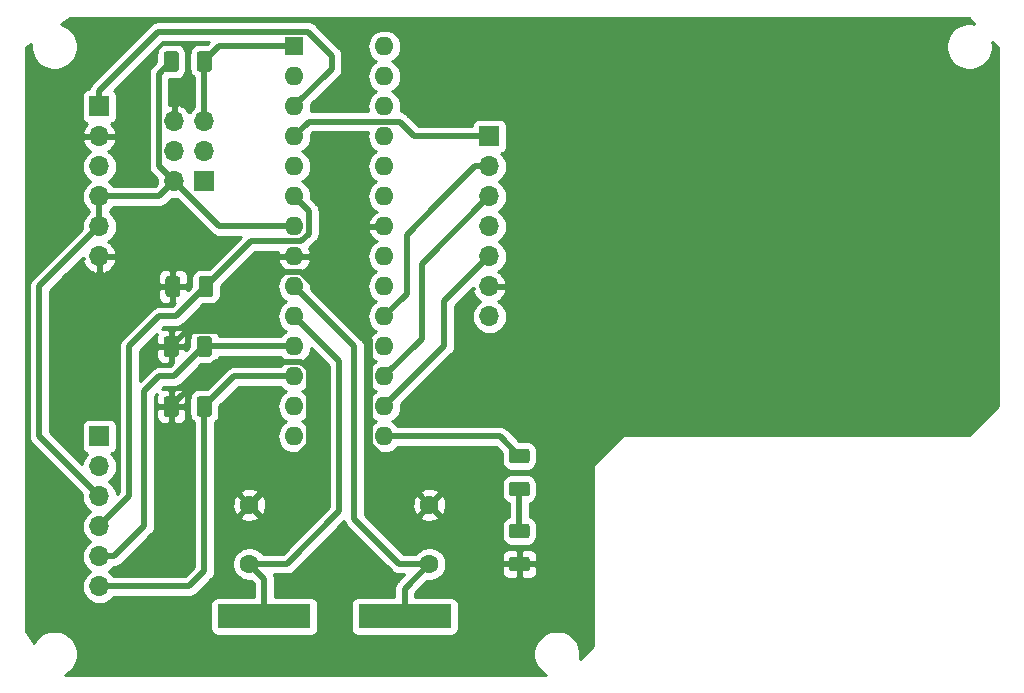
<source format=gbr>
G04 #@! TF.GenerationSoftware,KiCad,Pcbnew,5.1.4-3.fc30*
G04 #@! TF.CreationDate,2019-09-02T15:34:34-07:00*
G04 #@! TF.ProjectId,AR_20_JW_Rev2,41525f32-305f-44a5-975f-526576322e6b,rev?*
G04 #@! TF.SameCoordinates,Original*
G04 #@! TF.FileFunction,Copper,L1,Top*
G04 #@! TF.FilePolarity,Positive*
%FSLAX46Y46*%
G04 Gerber Fmt 4.6, Leading zero omitted, Abs format (unit mm)*
G04 Created by KiCad (PCBNEW 5.1.4-3.fc30) date 2019-09-02 15:34:34*
%MOMM*%
%LPD*%
G04 APERTURE LIST*
%ADD10C,1.600000*%
%ADD11C,0.100000*%
%ADD12C,1.250000*%
%ADD13R,1.600000X1.600000*%
%ADD14O,1.600000X1.600000*%
%ADD15R,1.700000X1.700000*%
%ADD16O,1.700000X1.700000*%
%ADD17R,7.875000X2.000000*%
%ADD18C,0.500000*%
%ADD19C,0.254000*%
G04 APERTURE END LIST*
D10*
X139065000Y-118745000D03*
X139065000Y-113745000D03*
X123825000Y-113745000D03*
X123825000Y-118745000D03*
D11*
G36*
X147334504Y-115321204D02*
G01*
X147358773Y-115324804D01*
X147382571Y-115330765D01*
X147405671Y-115339030D01*
X147427849Y-115349520D01*
X147448893Y-115362133D01*
X147468598Y-115376747D01*
X147486777Y-115393223D01*
X147503253Y-115411402D01*
X147517867Y-115431107D01*
X147530480Y-115452151D01*
X147540970Y-115474329D01*
X147549235Y-115497429D01*
X147555196Y-115521227D01*
X147558796Y-115545496D01*
X147560000Y-115570000D01*
X147560000Y-116320000D01*
X147558796Y-116344504D01*
X147555196Y-116368773D01*
X147549235Y-116392571D01*
X147540970Y-116415671D01*
X147530480Y-116437849D01*
X147517867Y-116458893D01*
X147503253Y-116478598D01*
X147486777Y-116496777D01*
X147468598Y-116513253D01*
X147448893Y-116527867D01*
X147427849Y-116540480D01*
X147405671Y-116550970D01*
X147382571Y-116559235D01*
X147358773Y-116565196D01*
X147334504Y-116568796D01*
X147310000Y-116570000D01*
X146060000Y-116570000D01*
X146035496Y-116568796D01*
X146011227Y-116565196D01*
X145987429Y-116559235D01*
X145964329Y-116550970D01*
X145942151Y-116540480D01*
X145921107Y-116527867D01*
X145901402Y-116513253D01*
X145883223Y-116496777D01*
X145866747Y-116478598D01*
X145852133Y-116458893D01*
X145839520Y-116437849D01*
X145829030Y-116415671D01*
X145820765Y-116392571D01*
X145814804Y-116368773D01*
X145811204Y-116344504D01*
X145810000Y-116320000D01*
X145810000Y-115570000D01*
X145811204Y-115545496D01*
X145814804Y-115521227D01*
X145820765Y-115497429D01*
X145829030Y-115474329D01*
X145839520Y-115452151D01*
X145852133Y-115431107D01*
X145866747Y-115411402D01*
X145883223Y-115393223D01*
X145901402Y-115376747D01*
X145921107Y-115362133D01*
X145942151Y-115349520D01*
X145964329Y-115339030D01*
X145987429Y-115330765D01*
X146011227Y-115324804D01*
X146035496Y-115321204D01*
X146060000Y-115320000D01*
X147310000Y-115320000D01*
X147334504Y-115321204D01*
X147334504Y-115321204D01*
G37*
D12*
X146685000Y-115945000D03*
D11*
G36*
X147334504Y-118121204D02*
G01*
X147358773Y-118124804D01*
X147382571Y-118130765D01*
X147405671Y-118139030D01*
X147427849Y-118149520D01*
X147448893Y-118162133D01*
X147468598Y-118176747D01*
X147486777Y-118193223D01*
X147503253Y-118211402D01*
X147517867Y-118231107D01*
X147530480Y-118252151D01*
X147540970Y-118274329D01*
X147549235Y-118297429D01*
X147555196Y-118321227D01*
X147558796Y-118345496D01*
X147560000Y-118370000D01*
X147560000Y-119120000D01*
X147558796Y-119144504D01*
X147555196Y-119168773D01*
X147549235Y-119192571D01*
X147540970Y-119215671D01*
X147530480Y-119237849D01*
X147517867Y-119258893D01*
X147503253Y-119278598D01*
X147486777Y-119296777D01*
X147468598Y-119313253D01*
X147448893Y-119327867D01*
X147427849Y-119340480D01*
X147405671Y-119350970D01*
X147382571Y-119359235D01*
X147358773Y-119365196D01*
X147334504Y-119368796D01*
X147310000Y-119370000D01*
X146060000Y-119370000D01*
X146035496Y-119368796D01*
X146011227Y-119365196D01*
X145987429Y-119359235D01*
X145964329Y-119350970D01*
X145942151Y-119340480D01*
X145921107Y-119327867D01*
X145901402Y-119313253D01*
X145883223Y-119296777D01*
X145866747Y-119278598D01*
X145852133Y-119258893D01*
X145839520Y-119237849D01*
X145829030Y-119215671D01*
X145820765Y-119192571D01*
X145814804Y-119168773D01*
X145811204Y-119144504D01*
X145810000Y-119120000D01*
X145810000Y-118370000D01*
X145811204Y-118345496D01*
X145814804Y-118321227D01*
X145820765Y-118297429D01*
X145829030Y-118274329D01*
X145839520Y-118252151D01*
X145852133Y-118231107D01*
X145866747Y-118211402D01*
X145883223Y-118193223D01*
X145901402Y-118176747D01*
X145921107Y-118162133D01*
X145942151Y-118149520D01*
X145964329Y-118139030D01*
X145987429Y-118130765D01*
X146011227Y-118124804D01*
X146035496Y-118121204D01*
X146060000Y-118120000D01*
X147310000Y-118120000D01*
X147334504Y-118121204D01*
X147334504Y-118121204D01*
G37*
D12*
X146685000Y-118745000D03*
D11*
G36*
X117614504Y-75326204D02*
G01*
X117638773Y-75329804D01*
X117662571Y-75335765D01*
X117685671Y-75344030D01*
X117707849Y-75354520D01*
X117728893Y-75367133D01*
X117748598Y-75381747D01*
X117766777Y-75398223D01*
X117783253Y-75416402D01*
X117797867Y-75436107D01*
X117810480Y-75457151D01*
X117820970Y-75479329D01*
X117829235Y-75502429D01*
X117835196Y-75526227D01*
X117838796Y-75550496D01*
X117840000Y-75575000D01*
X117840000Y-76825000D01*
X117838796Y-76849504D01*
X117835196Y-76873773D01*
X117829235Y-76897571D01*
X117820970Y-76920671D01*
X117810480Y-76942849D01*
X117797867Y-76963893D01*
X117783253Y-76983598D01*
X117766777Y-77001777D01*
X117748598Y-77018253D01*
X117728893Y-77032867D01*
X117707849Y-77045480D01*
X117685671Y-77055970D01*
X117662571Y-77064235D01*
X117638773Y-77070196D01*
X117614504Y-77073796D01*
X117590000Y-77075000D01*
X116840000Y-77075000D01*
X116815496Y-77073796D01*
X116791227Y-77070196D01*
X116767429Y-77064235D01*
X116744329Y-77055970D01*
X116722151Y-77045480D01*
X116701107Y-77032867D01*
X116681402Y-77018253D01*
X116663223Y-77001777D01*
X116646747Y-76983598D01*
X116632133Y-76963893D01*
X116619520Y-76942849D01*
X116609030Y-76920671D01*
X116600765Y-76897571D01*
X116594804Y-76873773D01*
X116591204Y-76849504D01*
X116590000Y-76825000D01*
X116590000Y-75575000D01*
X116591204Y-75550496D01*
X116594804Y-75526227D01*
X116600765Y-75502429D01*
X116609030Y-75479329D01*
X116619520Y-75457151D01*
X116632133Y-75436107D01*
X116646747Y-75416402D01*
X116663223Y-75398223D01*
X116681402Y-75381747D01*
X116701107Y-75367133D01*
X116722151Y-75354520D01*
X116744329Y-75344030D01*
X116767429Y-75335765D01*
X116791227Y-75329804D01*
X116815496Y-75326204D01*
X116840000Y-75325000D01*
X117590000Y-75325000D01*
X117614504Y-75326204D01*
X117614504Y-75326204D01*
G37*
D12*
X117215000Y-76200000D03*
D11*
G36*
X120414504Y-75326204D02*
G01*
X120438773Y-75329804D01*
X120462571Y-75335765D01*
X120485671Y-75344030D01*
X120507849Y-75354520D01*
X120528893Y-75367133D01*
X120548598Y-75381747D01*
X120566777Y-75398223D01*
X120583253Y-75416402D01*
X120597867Y-75436107D01*
X120610480Y-75457151D01*
X120620970Y-75479329D01*
X120629235Y-75502429D01*
X120635196Y-75526227D01*
X120638796Y-75550496D01*
X120640000Y-75575000D01*
X120640000Y-76825000D01*
X120638796Y-76849504D01*
X120635196Y-76873773D01*
X120629235Y-76897571D01*
X120620970Y-76920671D01*
X120610480Y-76942849D01*
X120597867Y-76963893D01*
X120583253Y-76983598D01*
X120566777Y-77001777D01*
X120548598Y-77018253D01*
X120528893Y-77032867D01*
X120507849Y-77045480D01*
X120485671Y-77055970D01*
X120462571Y-77064235D01*
X120438773Y-77070196D01*
X120414504Y-77073796D01*
X120390000Y-77075000D01*
X119640000Y-77075000D01*
X119615496Y-77073796D01*
X119591227Y-77070196D01*
X119567429Y-77064235D01*
X119544329Y-77055970D01*
X119522151Y-77045480D01*
X119501107Y-77032867D01*
X119481402Y-77018253D01*
X119463223Y-77001777D01*
X119446747Y-76983598D01*
X119432133Y-76963893D01*
X119419520Y-76942849D01*
X119409030Y-76920671D01*
X119400765Y-76897571D01*
X119394804Y-76873773D01*
X119391204Y-76849504D01*
X119390000Y-76825000D01*
X119390000Y-75575000D01*
X119391204Y-75550496D01*
X119394804Y-75526227D01*
X119400765Y-75502429D01*
X119409030Y-75479329D01*
X119419520Y-75457151D01*
X119432133Y-75436107D01*
X119446747Y-75416402D01*
X119463223Y-75398223D01*
X119481402Y-75381747D01*
X119501107Y-75367133D01*
X119522151Y-75354520D01*
X119544329Y-75344030D01*
X119567429Y-75335765D01*
X119591227Y-75329804D01*
X119615496Y-75326204D01*
X119640000Y-75325000D01*
X120390000Y-75325000D01*
X120414504Y-75326204D01*
X120414504Y-75326204D01*
G37*
D12*
X120015000Y-76200000D03*
D11*
G36*
X147334504Y-108971204D02*
G01*
X147358773Y-108974804D01*
X147382571Y-108980765D01*
X147405671Y-108989030D01*
X147427849Y-108999520D01*
X147448893Y-109012133D01*
X147468598Y-109026747D01*
X147486777Y-109043223D01*
X147503253Y-109061402D01*
X147517867Y-109081107D01*
X147530480Y-109102151D01*
X147540970Y-109124329D01*
X147549235Y-109147429D01*
X147555196Y-109171227D01*
X147558796Y-109195496D01*
X147560000Y-109220000D01*
X147560000Y-109970000D01*
X147558796Y-109994504D01*
X147555196Y-110018773D01*
X147549235Y-110042571D01*
X147540970Y-110065671D01*
X147530480Y-110087849D01*
X147517867Y-110108893D01*
X147503253Y-110128598D01*
X147486777Y-110146777D01*
X147468598Y-110163253D01*
X147448893Y-110177867D01*
X147427849Y-110190480D01*
X147405671Y-110200970D01*
X147382571Y-110209235D01*
X147358773Y-110215196D01*
X147334504Y-110218796D01*
X147310000Y-110220000D01*
X146060000Y-110220000D01*
X146035496Y-110218796D01*
X146011227Y-110215196D01*
X145987429Y-110209235D01*
X145964329Y-110200970D01*
X145942151Y-110190480D01*
X145921107Y-110177867D01*
X145901402Y-110163253D01*
X145883223Y-110146777D01*
X145866747Y-110128598D01*
X145852133Y-110108893D01*
X145839520Y-110087849D01*
X145829030Y-110065671D01*
X145820765Y-110042571D01*
X145814804Y-110018773D01*
X145811204Y-109994504D01*
X145810000Y-109970000D01*
X145810000Y-109220000D01*
X145811204Y-109195496D01*
X145814804Y-109171227D01*
X145820765Y-109147429D01*
X145829030Y-109124329D01*
X145839520Y-109102151D01*
X145852133Y-109081107D01*
X145866747Y-109061402D01*
X145883223Y-109043223D01*
X145901402Y-109026747D01*
X145921107Y-109012133D01*
X145942151Y-108999520D01*
X145964329Y-108989030D01*
X145987429Y-108980765D01*
X146011227Y-108974804D01*
X146035496Y-108971204D01*
X146060000Y-108970000D01*
X147310000Y-108970000D01*
X147334504Y-108971204D01*
X147334504Y-108971204D01*
G37*
D12*
X146685000Y-109595000D03*
D11*
G36*
X147334504Y-111771204D02*
G01*
X147358773Y-111774804D01*
X147382571Y-111780765D01*
X147405671Y-111789030D01*
X147427849Y-111799520D01*
X147448893Y-111812133D01*
X147468598Y-111826747D01*
X147486777Y-111843223D01*
X147503253Y-111861402D01*
X147517867Y-111881107D01*
X147530480Y-111902151D01*
X147540970Y-111924329D01*
X147549235Y-111947429D01*
X147555196Y-111971227D01*
X147558796Y-111995496D01*
X147560000Y-112020000D01*
X147560000Y-112770000D01*
X147558796Y-112794504D01*
X147555196Y-112818773D01*
X147549235Y-112842571D01*
X147540970Y-112865671D01*
X147530480Y-112887849D01*
X147517867Y-112908893D01*
X147503253Y-112928598D01*
X147486777Y-112946777D01*
X147468598Y-112963253D01*
X147448893Y-112977867D01*
X147427849Y-112990480D01*
X147405671Y-113000970D01*
X147382571Y-113009235D01*
X147358773Y-113015196D01*
X147334504Y-113018796D01*
X147310000Y-113020000D01*
X146060000Y-113020000D01*
X146035496Y-113018796D01*
X146011227Y-113015196D01*
X145987429Y-113009235D01*
X145964329Y-113000970D01*
X145942151Y-112990480D01*
X145921107Y-112977867D01*
X145901402Y-112963253D01*
X145883223Y-112946777D01*
X145866747Y-112928598D01*
X145852133Y-112908893D01*
X145839520Y-112887849D01*
X145829030Y-112865671D01*
X145820765Y-112842571D01*
X145814804Y-112818773D01*
X145811204Y-112794504D01*
X145810000Y-112770000D01*
X145810000Y-112020000D01*
X145811204Y-111995496D01*
X145814804Y-111971227D01*
X145820765Y-111947429D01*
X145829030Y-111924329D01*
X145839520Y-111902151D01*
X145852133Y-111881107D01*
X145866747Y-111861402D01*
X145883223Y-111843223D01*
X145901402Y-111826747D01*
X145921107Y-111812133D01*
X145942151Y-111799520D01*
X145964329Y-111789030D01*
X145987429Y-111780765D01*
X146011227Y-111774804D01*
X146035496Y-111771204D01*
X146060000Y-111770000D01*
X147310000Y-111770000D01*
X147334504Y-111771204D01*
X147334504Y-111771204D01*
G37*
D12*
X146685000Y-112395000D03*
D11*
G36*
X117744504Y-94376204D02*
G01*
X117768773Y-94379804D01*
X117792571Y-94385765D01*
X117815671Y-94394030D01*
X117837849Y-94404520D01*
X117858893Y-94417133D01*
X117878598Y-94431747D01*
X117896777Y-94448223D01*
X117913253Y-94466402D01*
X117927867Y-94486107D01*
X117940480Y-94507151D01*
X117950970Y-94529329D01*
X117959235Y-94552429D01*
X117965196Y-94576227D01*
X117968796Y-94600496D01*
X117970000Y-94625000D01*
X117970000Y-95875000D01*
X117968796Y-95899504D01*
X117965196Y-95923773D01*
X117959235Y-95947571D01*
X117950970Y-95970671D01*
X117940480Y-95992849D01*
X117927867Y-96013893D01*
X117913253Y-96033598D01*
X117896777Y-96051777D01*
X117878598Y-96068253D01*
X117858893Y-96082867D01*
X117837849Y-96095480D01*
X117815671Y-96105970D01*
X117792571Y-96114235D01*
X117768773Y-96120196D01*
X117744504Y-96123796D01*
X117720000Y-96125000D01*
X116970000Y-96125000D01*
X116945496Y-96123796D01*
X116921227Y-96120196D01*
X116897429Y-96114235D01*
X116874329Y-96105970D01*
X116852151Y-96095480D01*
X116831107Y-96082867D01*
X116811402Y-96068253D01*
X116793223Y-96051777D01*
X116776747Y-96033598D01*
X116762133Y-96013893D01*
X116749520Y-95992849D01*
X116739030Y-95970671D01*
X116730765Y-95947571D01*
X116724804Y-95923773D01*
X116721204Y-95899504D01*
X116720000Y-95875000D01*
X116720000Y-94625000D01*
X116721204Y-94600496D01*
X116724804Y-94576227D01*
X116730765Y-94552429D01*
X116739030Y-94529329D01*
X116749520Y-94507151D01*
X116762133Y-94486107D01*
X116776747Y-94466402D01*
X116793223Y-94448223D01*
X116811402Y-94431747D01*
X116831107Y-94417133D01*
X116852151Y-94404520D01*
X116874329Y-94394030D01*
X116897429Y-94385765D01*
X116921227Y-94379804D01*
X116945496Y-94376204D01*
X116970000Y-94375000D01*
X117720000Y-94375000D01*
X117744504Y-94376204D01*
X117744504Y-94376204D01*
G37*
D12*
X117345000Y-95250000D03*
D11*
G36*
X120544504Y-94376204D02*
G01*
X120568773Y-94379804D01*
X120592571Y-94385765D01*
X120615671Y-94394030D01*
X120637849Y-94404520D01*
X120658893Y-94417133D01*
X120678598Y-94431747D01*
X120696777Y-94448223D01*
X120713253Y-94466402D01*
X120727867Y-94486107D01*
X120740480Y-94507151D01*
X120750970Y-94529329D01*
X120759235Y-94552429D01*
X120765196Y-94576227D01*
X120768796Y-94600496D01*
X120770000Y-94625000D01*
X120770000Y-95875000D01*
X120768796Y-95899504D01*
X120765196Y-95923773D01*
X120759235Y-95947571D01*
X120750970Y-95970671D01*
X120740480Y-95992849D01*
X120727867Y-96013893D01*
X120713253Y-96033598D01*
X120696777Y-96051777D01*
X120678598Y-96068253D01*
X120658893Y-96082867D01*
X120637849Y-96095480D01*
X120615671Y-96105970D01*
X120592571Y-96114235D01*
X120568773Y-96120196D01*
X120544504Y-96123796D01*
X120520000Y-96125000D01*
X119770000Y-96125000D01*
X119745496Y-96123796D01*
X119721227Y-96120196D01*
X119697429Y-96114235D01*
X119674329Y-96105970D01*
X119652151Y-96095480D01*
X119631107Y-96082867D01*
X119611402Y-96068253D01*
X119593223Y-96051777D01*
X119576747Y-96033598D01*
X119562133Y-96013893D01*
X119549520Y-95992849D01*
X119539030Y-95970671D01*
X119530765Y-95947571D01*
X119524804Y-95923773D01*
X119521204Y-95899504D01*
X119520000Y-95875000D01*
X119520000Y-94625000D01*
X119521204Y-94600496D01*
X119524804Y-94576227D01*
X119530765Y-94552429D01*
X119539030Y-94529329D01*
X119549520Y-94507151D01*
X119562133Y-94486107D01*
X119576747Y-94466402D01*
X119593223Y-94448223D01*
X119611402Y-94431747D01*
X119631107Y-94417133D01*
X119652151Y-94404520D01*
X119674329Y-94394030D01*
X119697429Y-94385765D01*
X119721227Y-94379804D01*
X119745496Y-94376204D01*
X119770000Y-94375000D01*
X120520000Y-94375000D01*
X120544504Y-94376204D01*
X120544504Y-94376204D01*
G37*
D12*
X120145000Y-95250000D03*
D11*
G36*
X120414504Y-99456204D02*
G01*
X120438773Y-99459804D01*
X120462571Y-99465765D01*
X120485671Y-99474030D01*
X120507849Y-99484520D01*
X120528893Y-99497133D01*
X120548598Y-99511747D01*
X120566777Y-99528223D01*
X120583253Y-99546402D01*
X120597867Y-99566107D01*
X120610480Y-99587151D01*
X120620970Y-99609329D01*
X120629235Y-99632429D01*
X120635196Y-99656227D01*
X120638796Y-99680496D01*
X120640000Y-99705000D01*
X120640000Y-100955000D01*
X120638796Y-100979504D01*
X120635196Y-101003773D01*
X120629235Y-101027571D01*
X120620970Y-101050671D01*
X120610480Y-101072849D01*
X120597867Y-101093893D01*
X120583253Y-101113598D01*
X120566777Y-101131777D01*
X120548598Y-101148253D01*
X120528893Y-101162867D01*
X120507849Y-101175480D01*
X120485671Y-101185970D01*
X120462571Y-101194235D01*
X120438773Y-101200196D01*
X120414504Y-101203796D01*
X120390000Y-101205000D01*
X119640000Y-101205000D01*
X119615496Y-101203796D01*
X119591227Y-101200196D01*
X119567429Y-101194235D01*
X119544329Y-101185970D01*
X119522151Y-101175480D01*
X119501107Y-101162867D01*
X119481402Y-101148253D01*
X119463223Y-101131777D01*
X119446747Y-101113598D01*
X119432133Y-101093893D01*
X119419520Y-101072849D01*
X119409030Y-101050671D01*
X119400765Y-101027571D01*
X119394804Y-101003773D01*
X119391204Y-100979504D01*
X119390000Y-100955000D01*
X119390000Y-99705000D01*
X119391204Y-99680496D01*
X119394804Y-99656227D01*
X119400765Y-99632429D01*
X119409030Y-99609329D01*
X119419520Y-99587151D01*
X119432133Y-99566107D01*
X119446747Y-99546402D01*
X119463223Y-99528223D01*
X119481402Y-99511747D01*
X119501107Y-99497133D01*
X119522151Y-99484520D01*
X119544329Y-99474030D01*
X119567429Y-99465765D01*
X119591227Y-99459804D01*
X119615496Y-99456204D01*
X119640000Y-99455000D01*
X120390000Y-99455000D01*
X120414504Y-99456204D01*
X120414504Y-99456204D01*
G37*
D12*
X120015000Y-100330000D03*
D11*
G36*
X117614504Y-99456204D02*
G01*
X117638773Y-99459804D01*
X117662571Y-99465765D01*
X117685671Y-99474030D01*
X117707849Y-99484520D01*
X117728893Y-99497133D01*
X117748598Y-99511747D01*
X117766777Y-99528223D01*
X117783253Y-99546402D01*
X117797867Y-99566107D01*
X117810480Y-99587151D01*
X117820970Y-99609329D01*
X117829235Y-99632429D01*
X117835196Y-99656227D01*
X117838796Y-99680496D01*
X117840000Y-99705000D01*
X117840000Y-100955000D01*
X117838796Y-100979504D01*
X117835196Y-101003773D01*
X117829235Y-101027571D01*
X117820970Y-101050671D01*
X117810480Y-101072849D01*
X117797867Y-101093893D01*
X117783253Y-101113598D01*
X117766777Y-101131777D01*
X117748598Y-101148253D01*
X117728893Y-101162867D01*
X117707849Y-101175480D01*
X117685671Y-101185970D01*
X117662571Y-101194235D01*
X117638773Y-101200196D01*
X117614504Y-101203796D01*
X117590000Y-101205000D01*
X116840000Y-101205000D01*
X116815496Y-101203796D01*
X116791227Y-101200196D01*
X116767429Y-101194235D01*
X116744329Y-101185970D01*
X116722151Y-101175480D01*
X116701107Y-101162867D01*
X116681402Y-101148253D01*
X116663223Y-101131777D01*
X116646747Y-101113598D01*
X116632133Y-101093893D01*
X116619520Y-101072849D01*
X116609030Y-101050671D01*
X116600765Y-101027571D01*
X116594804Y-101003773D01*
X116591204Y-100979504D01*
X116590000Y-100955000D01*
X116590000Y-99705000D01*
X116591204Y-99680496D01*
X116594804Y-99656227D01*
X116600765Y-99632429D01*
X116609030Y-99609329D01*
X116619520Y-99587151D01*
X116632133Y-99566107D01*
X116646747Y-99546402D01*
X116663223Y-99528223D01*
X116681402Y-99511747D01*
X116701107Y-99497133D01*
X116722151Y-99484520D01*
X116744329Y-99474030D01*
X116767429Y-99465765D01*
X116791227Y-99459804D01*
X116815496Y-99456204D01*
X116840000Y-99455000D01*
X117590000Y-99455000D01*
X117614504Y-99456204D01*
X117614504Y-99456204D01*
G37*
D12*
X117215000Y-100330000D03*
D11*
G36*
X120414504Y-104536204D02*
G01*
X120438773Y-104539804D01*
X120462571Y-104545765D01*
X120485671Y-104554030D01*
X120507849Y-104564520D01*
X120528893Y-104577133D01*
X120548598Y-104591747D01*
X120566777Y-104608223D01*
X120583253Y-104626402D01*
X120597867Y-104646107D01*
X120610480Y-104667151D01*
X120620970Y-104689329D01*
X120629235Y-104712429D01*
X120635196Y-104736227D01*
X120638796Y-104760496D01*
X120640000Y-104785000D01*
X120640000Y-106035000D01*
X120638796Y-106059504D01*
X120635196Y-106083773D01*
X120629235Y-106107571D01*
X120620970Y-106130671D01*
X120610480Y-106152849D01*
X120597867Y-106173893D01*
X120583253Y-106193598D01*
X120566777Y-106211777D01*
X120548598Y-106228253D01*
X120528893Y-106242867D01*
X120507849Y-106255480D01*
X120485671Y-106265970D01*
X120462571Y-106274235D01*
X120438773Y-106280196D01*
X120414504Y-106283796D01*
X120390000Y-106285000D01*
X119640000Y-106285000D01*
X119615496Y-106283796D01*
X119591227Y-106280196D01*
X119567429Y-106274235D01*
X119544329Y-106265970D01*
X119522151Y-106255480D01*
X119501107Y-106242867D01*
X119481402Y-106228253D01*
X119463223Y-106211777D01*
X119446747Y-106193598D01*
X119432133Y-106173893D01*
X119419520Y-106152849D01*
X119409030Y-106130671D01*
X119400765Y-106107571D01*
X119394804Y-106083773D01*
X119391204Y-106059504D01*
X119390000Y-106035000D01*
X119390000Y-104785000D01*
X119391204Y-104760496D01*
X119394804Y-104736227D01*
X119400765Y-104712429D01*
X119409030Y-104689329D01*
X119419520Y-104667151D01*
X119432133Y-104646107D01*
X119446747Y-104626402D01*
X119463223Y-104608223D01*
X119481402Y-104591747D01*
X119501107Y-104577133D01*
X119522151Y-104564520D01*
X119544329Y-104554030D01*
X119567429Y-104545765D01*
X119591227Y-104539804D01*
X119615496Y-104536204D01*
X119640000Y-104535000D01*
X120390000Y-104535000D01*
X120414504Y-104536204D01*
X120414504Y-104536204D01*
G37*
D12*
X120015000Y-105410000D03*
D11*
G36*
X117614504Y-104536204D02*
G01*
X117638773Y-104539804D01*
X117662571Y-104545765D01*
X117685671Y-104554030D01*
X117707849Y-104564520D01*
X117728893Y-104577133D01*
X117748598Y-104591747D01*
X117766777Y-104608223D01*
X117783253Y-104626402D01*
X117797867Y-104646107D01*
X117810480Y-104667151D01*
X117820970Y-104689329D01*
X117829235Y-104712429D01*
X117835196Y-104736227D01*
X117838796Y-104760496D01*
X117840000Y-104785000D01*
X117840000Y-106035000D01*
X117838796Y-106059504D01*
X117835196Y-106083773D01*
X117829235Y-106107571D01*
X117820970Y-106130671D01*
X117810480Y-106152849D01*
X117797867Y-106173893D01*
X117783253Y-106193598D01*
X117766777Y-106211777D01*
X117748598Y-106228253D01*
X117728893Y-106242867D01*
X117707849Y-106255480D01*
X117685671Y-106265970D01*
X117662571Y-106274235D01*
X117638773Y-106280196D01*
X117614504Y-106283796D01*
X117590000Y-106285000D01*
X116840000Y-106285000D01*
X116815496Y-106283796D01*
X116791227Y-106280196D01*
X116767429Y-106274235D01*
X116744329Y-106265970D01*
X116722151Y-106255480D01*
X116701107Y-106242867D01*
X116681402Y-106228253D01*
X116663223Y-106211777D01*
X116646747Y-106193598D01*
X116632133Y-106173893D01*
X116619520Y-106152849D01*
X116609030Y-106130671D01*
X116600765Y-106107571D01*
X116594804Y-106083773D01*
X116591204Y-106059504D01*
X116590000Y-106035000D01*
X116590000Y-104785000D01*
X116591204Y-104760496D01*
X116594804Y-104736227D01*
X116600765Y-104712429D01*
X116609030Y-104689329D01*
X116619520Y-104667151D01*
X116632133Y-104646107D01*
X116646747Y-104626402D01*
X116663223Y-104608223D01*
X116681402Y-104591747D01*
X116701107Y-104577133D01*
X116722151Y-104564520D01*
X116744329Y-104554030D01*
X116767429Y-104545765D01*
X116791227Y-104539804D01*
X116815496Y-104536204D01*
X116840000Y-104535000D01*
X117590000Y-104535000D01*
X117614504Y-104536204D01*
X117614504Y-104536204D01*
G37*
D12*
X117215000Y-105410000D03*
D13*
X127635000Y-74930000D03*
D14*
X135255000Y-107950000D03*
X127635000Y-77470000D03*
X135255000Y-105410000D03*
X127635000Y-80010000D03*
X135255000Y-102870000D03*
X127635000Y-82550000D03*
X135255000Y-100330000D03*
X127635000Y-85090000D03*
X135255000Y-97790000D03*
X127635000Y-87630000D03*
X135255000Y-95250000D03*
X127635000Y-90170000D03*
X135255000Y-92710000D03*
X127635000Y-92710000D03*
X135255000Y-90170000D03*
X127635000Y-95250000D03*
X135255000Y-87630000D03*
X127635000Y-97790000D03*
X135255000Y-85090000D03*
X127635000Y-100330000D03*
X135255000Y-82550000D03*
X127635000Y-102870000D03*
X135255000Y-80010000D03*
X127635000Y-105410000D03*
X135255000Y-77470000D03*
X127635000Y-107950000D03*
X135255000Y-74930000D03*
D15*
X120015000Y-86360000D03*
D16*
X117475000Y-86360000D03*
X120015000Y-83820000D03*
X117475000Y-83820000D03*
X120015000Y-81280000D03*
X117475000Y-81280000D03*
D15*
X144145000Y-82550000D03*
D16*
X144145000Y-85090000D03*
X144145000Y-87630000D03*
X144145000Y-90170000D03*
X144145000Y-92710000D03*
X144145000Y-95250000D03*
X144145000Y-97790000D03*
D15*
X111125000Y-80010000D03*
D16*
X111125000Y-82550000D03*
X111125000Y-85090000D03*
X111125000Y-87630000D03*
X111125000Y-90170000D03*
X111125000Y-92710000D03*
X111125000Y-120650000D03*
X111125000Y-118110000D03*
X111125000Y-115570000D03*
X111125000Y-113030000D03*
X111125000Y-110490000D03*
D15*
X111125000Y-107950000D03*
D17*
X136970000Y-123190000D03*
X125095000Y-123190000D03*
D18*
X136970000Y-120840000D02*
X139065000Y-118745000D01*
X136970000Y-123190000D02*
X136970000Y-120840000D01*
X139065000Y-118745000D02*
X136525000Y-118745000D01*
X136525000Y-118745000D02*
X132715000Y-114935000D01*
X132715000Y-100330000D02*
X127635000Y-95250000D01*
X132715000Y-114935000D02*
X132715000Y-100330000D01*
X124624999Y-112945001D02*
X123825000Y-113745000D01*
X128885001Y-102269999D02*
X128885001Y-108684999D01*
X128235001Y-101619999D02*
X128885001Y-102269999D01*
X128885001Y-108684999D02*
X124624999Y-112945001D01*
X121005001Y-101619999D02*
X128235001Y-101619999D01*
X117215000Y-105410000D02*
X121005001Y-101619999D01*
X134004999Y-108684999D02*
X138265001Y-112945001D01*
X126720001Y-93999999D02*
X128235001Y-93999999D01*
X128235001Y-93999999D02*
X134004999Y-99769997D01*
X121715010Y-99004990D02*
X126720001Y-93999999D01*
X138265001Y-112945001D02*
X139065000Y-113745000D01*
X118540010Y-99004990D02*
X121715010Y-99004990D01*
X134004999Y-99769997D02*
X134004999Y-108684999D01*
X117215000Y-100330000D02*
X118540010Y-99004990D01*
X125095000Y-120015000D02*
X123825000Y-118745000D01*
X125095000Y-123190000D02*
X125095000Y-120015000D01*
X131445000Y-114300000D02*
X131445000Y-101600000D01*
X131445000Y-101600000D02*
X127635000Y-97790000D01*
X123825000Y-118745000D02*
X127000000Y-118745000D01*
X127000000Y-118745000D02*
X131445000Y-114300000D01*
X146685000Y-112395000D02*
X146685000Y-115945000D01*
X116205000Y-87630000D02*
X117475000Y-86360000D01*
X111125000Y-87630000D02*
X116205000Y-87630000D01*
X111125000Y-87630000D02*
X111125000Y-90170000D01*
X110275001Y-112180001D02*
X111125000Y-113030000D01*
X106045000Y-95250000D02*
X106045000Y-107950000D01*
X106045000Y-107950000D02*
X110275001Y-112180001D01*
X111125000Y-90170000D02*
X106045000Y-95250000D01*
X121285000Y-90170000D02*
X127635000Y-90170000D01*
X117475000Y-86360000D02*
X121285000Y-90170000D01*
X116625001Y-85510001D02*
X117475000Y-86360000D01*
X116174999Y-85059999D02*
X116625001Y-85510001D01*
X116174999Y-77240001D02*
X116174999Y-85059999D01*
X117215000Y-76200000D02*
X116174999Y-77240001D01*
X121285000Y-74930000D02*
X120015000Y-76200000D01*
X127635000Y-74930000D02*
X121285000Y-74930000D01*
X120015000Y-81280000D02*
X120015000Y-76200000D01*
X145040000Y-107950000D02*
X146685000Y-109595000D01*
X135255000Y-107950000D02*
X145040000Y-107950000D01*
X117605000Y-97790000D02*
X120145000Y-95250000D01*
X116205000Y-97790000D02*
X117605000Y-97790000D01*
X113665000Y-100330000D02*
X116205000Y-97790000D01*
X111125000Y-115570000D02*
X113665000Y-113030000D01*
X113665000Y-113030000D02*
X113665000Y-100330000D01*
X127635000Y-87760000D02*
X127635000Y-87630000D01*
X128434999Y-88429999D02*
X127635000Y-87630000D01*
X128885001Y-88880001D02*
X128434999Y-88429999D01*
X128885001Y-90770001D02*
X128885001Y-88880001D01*
X128235001Y-91420001D02*
X128885001Y-90770001D01*
X123974999Y-91420001D02*
X128235001Y-91420001D01*
X120145000Y-95250000D02*
X123974999Y-91420001D01*
X111125000Y-118110000D02*
X112395000Y-118110000D01*
X112395000Y-118110000D02*
X114935000Y-115570000D01*
X114935000Y-115570000D02*
X114935000Y-104140000D01*
X114935000Y-104140000D02*
X116205000Y-102870000D01*
X117475000Y-102870000D02*
X120015000Y-100330000D01*
X116205000Y-102870000D02*
X117475000Y-102870000D01*
X120015000Y-100330000D02*
X127635000Y-100330000D01*
X111125000Y-120650000D02*
X118745000Y-120650000D01*
X118745000Y-120650000D02*
X120015000Y-119380000D01*
X120015000Y-119380000D02*
X120015000Y-105410000D01*
X122555000Y-102870000D02*
X120015000Y-105410000D01*
X127635000Y-102870000D02*
X122555000Y-102870000D01*
X144145000Y-92710000D02*
X140335000Y-96520000D01*
X140335000Y-100330000D02*
X135255000Y-105410000D01*
X140335000Y-96520000D02*
X140335000Y-100330000D01*
X128795001Y-73679999D02*
X130810000Y-75694998D01*
X116105001Y-73679999D02*
X128795001Y-73679999D01*
X111125000Y-80010000D02*
X111125000Y-78660000D01*
X111125000Y-78660000D02*
X116105001Y-73679999D01*
X130810000Y-76835000D02*
X127635000Y-80010000D01*
X130810000Y-75694998D02*
X130810000Y-76835000D01*
X144145000Y-87630000D02*
X138430000Y-93345000D01*
X138430000Y-99695000D02*
X135255000Y-102870000D01*
X138430000Y-93345000D02*
X138430000Y-99695000D01*
X128885001Y-81299999D02*
X136544999Y-81299999D01*
X127635000Y-82550000D02*
X128885001Y-81299999D01*
X137795000Y-82550000D02*
X144145000Y-82550000D01*
X136544999Y-81299999D02*
X137795000Y-82550000D01*
X144145000Y-85090000D02*
X142942919Y-85090000D01*
X137160000Y-95885000D02*
X135255000Y-97790000D01*
X137160000Y-90872919D02*
X137160000Y-95885000D01*
X142942919Y-85090000D02*
X139733959Y-88298959D01*
X139733959Y-88298959D02*
X137160000Y-90872919D01*
D19*
G36*
X185205061Y-72989667D02*
G01*
X184980505Y-72945000D01*
X184589495Y-72945000D01*
X184205997Y-73021282D01*
X183844750Y-73170915D01*
X183519636Y-73388149D01*
X183243149Y-73664636D01*
X183025915Y-73989750D01*
X182876282Y-74350997D01*
X182800000Y-74734495D01*
X182800000Y-75125505D01*
X182876282Y-75509003D01*
X183025915Y-75870250D01*
X183243149Y-76195364D01*
X183519636Y-76471851D01*
X183844750Y-76689085D01*
X184205997Y-76838718D01*
X184589495Y-76915000D01*
X184980505Y-76915000D01*
X185364003Y-76838718D01*
X185725250Y-76689085D01*
X186050364Y-76471851D01*
X186326851Y-76195364D01*
X186544085Y-75870250D01*
X186693718Y-75509003D01*
X186770000Y-75125505D01*
X186770000Y-74734495D01*
X186725333Y-74509939D01*
X187198000Y-74982606D01*
X187198000Y-105357394D01*
X184732394Y-107823000D01*
X155575000Y-107823000D01*
X155550224Y-107825440D01*
X155526399Y-107832667D01*
X155504443Y-107844403D01*
X155485197Y-107860197D01*
X152945197Y-110400197D01*
X152929403Y-110419443D01*
X152917667Y-110441399D01*
X152910440Y-110465224D01*
X152908000Y-110490000D01*
X152908000Y-125677394D01*
X151800333Y-126785061D01*
X151845000Y-126560505D01*
X151845000Y-126169495D01*
X151768718Y-125785997D01*
X151619085Y-125424750D01*
X151401851Y-125099636D01*
X151125364Y-124823149D01*
X150800250Y-124605915D01*
X150439003Y-124456282D01*
X150055505Y-124380000D01*
X149664495Y-124380000D01*
X149280997Y-124456282D01*
X148919750Y-124605915D01*
X148594636Y-124823149D01*
X148318149Y-125099636D01*
X148100915Y-125424750D01*
X147951282Y-125785997D01*
X147875000Y-126169495D01*
X147875000Y-126560505D01*
X147951282Y-126944003D01*
X148100915Y-127305250D01*
X148318149Y-127630364D01*
X148594636Y-127906851D01*
X148919750Y-128124085D01*
X148965415Y-128143000D01*
X108209585Y-128143000D01*
X108255250Y-128124085D01*
X108580364Y-127906851D01*
X108856851Y-127630364D01*
X109074085Y-127305250D01*
X109223718Y-126944003D01*
X109300000Y-126560505D01*
X109300000Y-126169495D01*
X109223718Y-125785997D01*
X109074085Y-125424750D01*
X108856851Y-125099636D01*
X108580364Y-124823149D01*
X108255250Y-124605915D01*
X107894003Y-124456282D01*
X107510505Y-124380000D01*
X107119495Y-124380000D01*
X106735997Y-124456282D01*
X106374750Y-124605915D01*
X106049636Y-124823149D01*
X105773149Y-125099636D01*
X105563367Y-125413598D01*
X104902000Y-124421548D01*
X104902000Y-95250000D01*
X105155719Y-95250000D01*
X105160000Y-95293469D01*
X105160001Y-107906521D01*
X105155719Y-107950000D01*
X105172805Y-108123490D01*
X105223412Y-108290313D01*
X105305590Y-108444059D01*
X105388468Y-108545046D01*
X105388471Y-108545049D01*
X105416184Y-108578817D01*
X105449951Y-108606530D01*
X109654388Y-112810967D01*
X109632815Y-113030000D01*
X109661487Y-113321111D01*
X109746401Y-113601034D01*
X109884294Y-113859014D01*
X110069866Y-114085134D01*
X110295986Y-114270706D01*
X110350791Y-114300000D01*
X110295986Y-114329294D01*
X110069866Y-114514866D01*
X109884294Y-114740986D01*
X109746401Y-114998966D01*
X109661487Y-115278889D01*
X109632815Y-115570000D01*
X109661487Y-115861111D01*
X109746401Y-116141034D01*
X109884294Y-116399014D01*
X110069866Y-116625134D01*
X110295986Y-116810706D01*
X110350791Y-116840000D01*
X110295986Y-116869294D01*
X110069866Y-117054866D01*
X109884294Y-117280986D01*
X109746401Y-117538966D01*
X109661487Y-117818889D01*
X109632815Y-118110000D01*
X109661487Y-118401111D01*
X109746401Y-118681034D01*
X109884294Y-118939014D01*
X110069866Y-119165134D01*
X110295986Y-119350706D01*
X110350791Y-119380000D01*
X110295986Y-119409294D01*
X110069866Y-119594866D01*
X109884294Y-119820986D01*
X109746401Y-120078966D01*
X109661487Y-120358889D01*
X109632815Y-120650000D01*
X109661487Y-120941111D01*
X109746401Y-121221034D01*
X109884294Y-121479014D01*
X110069866Y-121705134D01*
X110295986Y-121890706D01*
X110553966Y-122028599D01*
X110833889Y-122113513D01*
X111052050Y-122135000D01*
X111197950Y-122135000D01*
X111416111Y-122113513D01*
X111696034Y-122028599D01*
X111954014Y-121890706D01*
X112180134Y-121705134D01*
X112319759Y-121535000D01*
X118701531Y-121535000D01*
X118745000Y-121539281D01*
X118788469Y-121535000D01*
X118788477Y-121535000D01*
X118918490Y-121522195D01*
X119085313Y-121471589D01*
X119239059Y-121389411D01*
X119373817Y-121278817D01*
X119401534Y-121245044D01*
X120610050Y-120036529D01*
X120643817Y-120008817D01*
X120754411Y-119874059D01*
X120836589Y-119720313D01*
X120887195Y-119553490D01*
X120900000Y-119423477D01*
X120900000Y-119423467D01*
X120904281Y-119380001D01*
X120900000Y-119336535D01*
X120900000Y-114737702D01*
X123011903Y-114737702D01*
X123083486Y-114981671D01*
X123338996Y-115102571D01*
X123613184Y-115171300D01*
X123895512Y-115185217D01*
X124175130Y-115143787D01*
X124441292Y-115048603D01*
X124566514Y-114981671D01*
X124638097Y-114737702D01*
X123825000Y-113924605D01*
X123011903Y-114737702D01*
X120900000Y-114737702D01*
X120900000Y-113815512D01*
X122384783Y-113815512D01*
X122426213Y-114095130D01*
X122521397Y-114361292D01*
X122588329Y-114486514D01*
X122832298Y-114558097D01*
X123645395Y-113745000D01*
X124004605Y-113745000D01*
X124817702Y-114558097D01*
X125061671Y-114486514D01*
X125182571Y-114231004D01*
X125251300Y-113956816D01*
X125265217Y-113674488D01*
X125223787Y-113394870D01*
X125128603Y-113128708D01*
X125061671Y-113003486D01*
X124817702Y-112931903D01*
X124004605Y-113745000D01*
X123645395Y-113745000D01*
X122832298Y-112931903D01*
X122588329Y-113003486D01*
X122467429Y-113258996D01*
X122398700Y-113533184D01*
X122384783Y-113815512D01*
X120900000Y-113815512D01*
X120900000Y-112752298D01*
X123011903Y-112752298D01*
X123825000Y-113565395D01*
X124638097Y-112752298D01*
X124566514Y-112508329D01*
X124311004Y-112387429D01*
X124036816Y-112318700D01*
X123754488Y-112304783D01*
X123474870Y-112346213D01*
X123208708Y-112441397D01*
X123083486Y-112508329D01*
X123011903Y-112752298D01*
X120900000Y-112752298D01*
X120900000Y-106759770D01*
X121017962Y-106662962D01*
X121128405Y-106528386D01*
X121210472Y-106374850D01*
X121261008Y-106208254D01*
X121278072Y-106035000D01*
X121278072Y-105398506D01*
X122921579Y-103755000D01*
X126504922Y-103755000D01*
X126615392Y-103889608D01*
X126833899Y-104068932D01*
X126966858Y-104140000D01*
X126833899Y-104211068D01*
X126615392Y-104390392D01*
X126436068Y-104608899D01*
X126302818Y-104858192D01*
X126220764Y-105128691D01*
X126193057Y-105410000D01*
X126220764Y-105691309D01*
X126302818Y-105961808D01*
X126436068Y-106211101D01*
X126615392Y-106429608D01*
X126833899Y-106608932D01*
X126966858Y-106680000D01*
X126833899Y-106751068D01*
X126615392Y-106930392D01*
X126436068Y-107148899D01*
X126302818Y-107398192D01*
X126220764Y-107668691D01*
X126193057Y-107950000D01*
X126220764Y-108231309D01*
X126302818Y-108501808D01*
X126436068Y-108751101D01*
X126615392Y-108969608D01*
X126833899Y-109148932D01*
X127083192Y-109282182D01*
X127353691Y-109364236D01*
X127564508Y-109385000D01*
X127705492Y-109385000D01*
X127916309Y-109364236D01*
X128186808Y-109282182D01*
X128436101Y-109148932D01*
X128654608Y-108969608D01*
X128833932Y-108751101D01*
X128967182Y-108501808D01*
X129049236Y-108231309D01*
X129076943Y-107950000D01*
X129049236Y-107668691D01*
X128967182Y-107398192D01*
X128833932Y-107148899D01*
X128654608Y-106930392D01*
X128436101Y-106751068D01*
X128303142Y-106680000D01*
X128436101Y-106608932D01*
X128654608Y-106429608D01*
X128833932Y-106211101D01*
X128967182Y-105961808D01*
X129049236Y-105691309D01*
X129076943Y-105410000D01*
X129049236Y-105128691D01*
X128967182Y-104858192D01*
X128833932Y-104608899D01*
X128654608Y-104390392D01*
X128436101Y-104211068D01*
X128303142Y-104140000D01*
X128436101Y-104068932D01*
X128654608Y-103889608D01*
X128833932Y-103671101D01*
X128967182Y-103421808D01*
X129049236Y-103151309D01*
X129076943Y-102870000D01*
X129049236Y-102588691D01*
X128967182Y-102318192D01*
X128833932Y-102068899D01*
X128654608Y-101850392D01*
X128436101Y-101671068D01*
X128303142Y-101600000D01*
X128436101Y-101528932D01*
X128654608Y-101349608D01*
X128833932Y-101131101D01*
X128967182Y-100881808D01*
X129049236Y-100611309D01*
X129063178Y-100469756D01*
X130560001Y-101966580D01*
X130560000Y-113933421D01*
X126633422Y-117860000D01*
X124959521Y-117860000D01*
X124939637Y-117830241D01*
X124739759Y-117630363D01*
X124504727Y-117473320D01*
X124243574Y-117365147D01*
X123966335Y-117310000D01*
X123683665Y-117310000D01*
X123406426Y-117365147D01*
X123145273Y-117473320D01*
X122910241Y-117630363D01*
X122710363Y-117830241D01*
X122553320Y-118065273D01*
X122445147Y-118326426D01*
X122390000Y-118603665D01*
X122390000Y-118886335D01*
X122445147Y-119163574D01*
X122553320Y-119424727D01*
X122710363Y-119659759D01*
X122910241Y-119859637D01*
X123145273Y-120016680D01*
X123406426Y-120124853D01*
X123683665Y-120180000D01*
X123966335Y-120180000D01*
X124001439Y-120173017D01*
X124210001Y-120381580D01*
X124210001Y-121551928D01*
X121157500Y-121551928D01*
X121033018Y-121564188D01*
X120913320Y-121600498D01*
X120803006Y-121659463D01*
X120706315Y-121738815D01*
X120626963Y-121835506D01*
X120567998Y-121945820D01*
X120531688Y-122065518D01*
X120519428Y-122190000D01*
X120519428Y-124190000D01*
X120531688Y-124314482D01*
X120567998Y-124434180D01*
X120626963Y-124544494D01*
X120706315Y-124641185D01*
X120803006Y-124720537D01*
X120913320Y-124779502D01*
X121033018Y-124815812D01*
X121157500Y-124828072D01*
X129032500Y-124828072D01*
X129156982Y-124815812D01*
X129276680Y-124779502D01*
X129386994Y-124720537D01*
X129483685Y-124641185D01*
X129563037Y-124544494D01*
X129622002Y-124434180D01*
X129658312Y-124314482D01*
X129670572Y-124190000D01*
X129670572Y-122190000D01*
X129658312Y-122065518D01*
X129622002Y-121945820D01*
X129563037Y-121835506D01*
X129483685Y-121738815D01*
X129386994Y-121659463D01*
X129276680Y-121600498D01*
X129156982Y-121564188D01*
X129032500Y-121551928D01*
X125980000Y-121551928D01*
X125980000Y-120058465D01*
X125984281Y-120014999D01*
X125980000Y-119971533D01*
X125980000Y-119971523D01*
X125967195Y-119841510D01*
X125916589Y-119674687D01*
X125892704Y-119630000D01*
X126956531Y-119630000D01*
X127000000Y-119634281D01*
X127043469Y-119630000D01*
X127043477Y-119630000D01*
X127173490Y-119617195D01*
X127340313Y-119566589D01*
X127494059Y-119484411D01*
X127628817Y-119373817D01*
X127656534Y-119340044D01*
X131853345Y-115143234D01*
X131893411Y-115275312D01*
X131975589Y-115429058D01*
X132086183Y-115563817D01*
X132119956Y-115591534D01*
X135868468Y-119340047D01*
X135896183Y-119373817D01*
X135929951Y-119401530D01*
X135929953Y-119401532D01*
X136030941Y-119484411D01*
X136184686Y-119566589D01*
X136277902Y-119594866D01*
X136351510Y-119617195D01*
X136481523Y-119630000D01*
X136481531Y-119630000D01*
X136525000Y-119634281D01*
X136568469Y-119630000D01*
X136928422Y-119630000D01*
X136374951Y-120183471D01*
X136341184Y-120211183D01*
X136313471Y-120244951D01*
X136313468Y-120244954D01*
X136230590Y-120345941D01*
X136148412Y-120499687D01*
X136097805Y-120666510D01*
X136080719Y-120840000D01*
X136085001Y-120883479D01*
X136085001Y-121551928D01*
X133032500Y-121551928D01*
X132908018Y-121564188D01*
X132788320Y-121600498D01*
X132678006Y-121659463D01*
X132581315Y-121738815D01*
X132501963Y-121835506D01*
X132442998Y-121945820D01*
X132406688Y-122065518D01*
X132394428Y-122190000D01*
X132394428Y-124190000D01*
X132406688Y-124314482D01*
X132442998Y-124434180D01*
X132501963Y-124544494D01*
X132581315Y-124641185D01*
X132678006Y-124720537D01*
X132788320Y-124779502D01*
X132908018Y-124815812D01*
X133032500Y-124828072D01*
X140907500Y-124828072D01*
X141031982Y-124815812D01*
X141151680Y-124779502D01*
X141261994Y-124720537D01*
X141358685Y-124641185D01*
X141438037Y-124544494D01*
X141497002Y-124434180D01*
X141533312Y-124314482D01*
X141545572Y-124190000D01*
X141545572Y-122190000D01*
X141533312Y-122065518D01*
X141497002Y-121945820D01*
X141438037Y-121835506D01*
X141358685Y-121738815D01*
X141261994Y-121659463D01*
X141151680Y-121600498D01*
X141031982Y-121564188D01*
X140907500Y-121551928D01*
X137855000Y-121551928D01*
X137855000Y-121206578D01*
X138888561Y-120173017D01*
X138923665Y-120180000D01*
X139206335Y-120180000D01*
X139483574Y-120124853D01*
X139744727Y-120016680D01*
X139979759Y-119859637D01*
X140179637Y-119659759D01*
X140336680Y-119424727D01*
X140359348Y-119370000D01*
X145171928Y-119370000D01*
X145184188Y-119494482D01*
X145220498Y-119614180D01*
X145279463Y-119724494D01*
X145358815Y-119821185D01*
X145455506Y-119900537D01*
X145565820Y-119959502D01*
X145685518Y-119995812D01*
X145810000Y-120008072D01*
X146399250Y-120005000D01*
X146558000Y-119846250D01*
X146558000Y-118872000D01*
X146812000Y-118872000D01*
X146812000Y-119846250D01*
X146970750Y-120005000D01*
X147560000Y-120008072D01*
X147684482Y-119995812D01*
X147804180Y-119959502D01*
X147914494Y-119900537D01*
X148011185Y-119821185D01*
X148090537Y-119724494D01*
X148149502Y-119614180D01*
X148185812Y-119494482D01*
X148198072Y-119370000D01*
X148195000Y-119030750D01*
X148036250Y-118872000D01*
X146812000Y-118872000D01*
X146558000Y-118872000D01*
X145333750Y-118872000D01*
X145175000Y-119030750D01*
X145171928Y-119370000D01*
X140359348Y-119370000D01*
X140444853Y-119163574D01*
X140500000Y-118886335D01*
X140500000Y-118603665D01*
X140444853Y-118326426D01*
X140359349Y-118120000D01*
X145171928Y-118120000D01*
X145175000Y-118459250D01*
X145333750Y-118618000D01*
X146558000Y-118618000D01*
X146558000Y-117643750D01*
X146812000Y-117643750D01*
X146812000Y-118618000D01*
X148036250Y-118618000D01*
X148195000Y-118459250D01*
X148198072Y-118120000D01*
X148185812Y-117995518D01*
X148149502Y-117875820D01*
X148090537Y-117765506D01*
X148011185Y-117668815D01*
X147914494Y-117589463D01*
X147804180Y-117530498D01*
X147684482Y-117494188D01*
X147560000Y-117481928D01*
X146970750Y-117485000D01*
X146812000Y-117643750D01*
X146558000Y-117643750D01*
X146399250Y-117485000D01*
X145810000Y-117481928D01*
X145685518Y-117494188D01*
X145565820Y-117530498D01*
X145455506Y-117589463D01*
X145358815Y-117668815D01*
X145279463Y-117765506D01*
X145220498Y-117875820D01*
X145184188Y-117995518D01*
X145171928Y-118120000D01*
X140359349Y-118120000D01*
X140336680Y-118065273D01*
X140179637Y-117830241D01*
X139979759Y-117630363D01*
X139744727Y-117473320D01*
X139483574Y-117365147D01*
X139206335Y-117310000D01*
X138923665Y-117310000D01*
X138646426Y-117365147D01*
X138385273Y-117473320D01*
X138150241Y-117630363D01*
X137950363Y-117830241D01*
X137930479Y-117860000D01*
X136891579Y-117860000D01*
X133769281Y-114737702D01*
X138251903Y-114737702D01*
X138323486Y-114981671D01*
X138578996Y-115102571D01*
X138853184Y-115171300D01*
X139135512Y-115185217D01*
X139415130Y-115143787D01*
X139681292Y-115048603D01*
X139806514Y-114981671D01*
X139878097Y-114737702D01*
X139065000Y-113924605D01*
X138251903Y-114737702D01*
X133769281Y-114737702D01*
X133600000Y-114568422D01*
X133600000Y-113815512D01*
X137624783Y-113815512D01*
X137666213Y-114095130D01*
X137761397Y-114361292D01*
X137828329Y-114486514D01*
X138072298Y-114558097D01*
X138885395Y-113745000D01*
X139244605Y-113745000D01*
X140057702Y-114558097D01*
X140301671Y-114486514D01*
X140422571Y-114231004D01*
X140491300Y-113956816D01*
X140505217Y-113674488D01*
X140463787Y-113394870D01*
X140368603Y-113128708D01*
X140301671Y-113003486D01*
X140057702Y-112931903D01*
X139244605Y-113745000D01*
X138885395Y-113745000D01*
X138072298Y-112931903D01*
X137828329Y-113003486D01*
X137707429Y-113258996D01*
X137638700Y-113533184D01*
X137624783Y-113815512D01*
X133600000Y-113815512D01*
X133600000Y-112752298D01*
X138251903Y-112752298D01*
X139065000Y-113565395D01*
X139878097Y-112752298D01*
X139806514Y-112508329D01*
X139551004Y-112387429D01*
X139276816Y-112318700D01*
X138994488Y-112304783D01*
X138714870Y-112346213D01*
X138448708Y-112441397D01*
X138323486Y-112508329D01*
X138251903Y-112752298D01*
X133600000Y-112752298D01*
X133600000Y-112020000D01*
X145171928Y-112020000D01*
X145171928Y-112770000D01*
X145188992Y-112943254D01*
X145239528Y-113109850D01*
X145321595Y-113263386D01*
X145432038Y-113397962D01*
X145566614Y-113508405D01*
X145720150Y-113590472D01*
X145800000Y-113614694D01*
X145800001Y-114725306D01*
X145720150Y-114749528D01*
X145566614Y-114831595D01*
X145432038Y-114942038D01*
X145321595Y-115076614D01*
X145239528Y-115230150D01*
X145188992Y-115396746D01*
X145171928Y-115570000D01*
X145171928Y-116320000D01*
X145188992Y-116493254D01*
X145239528Y-116659850D01*
X145321595Y-116813386D01*
X145432038Y-116947962D01*
X145566614Y-117058405D01*
X145720150Y-117140472D01*
X145886746Y-117191008D01*
X146060000Y-117208072D01*
X147310000Y-117208072D01*
X147483254Y-117191008D01*
X147649850Y-117140472D01*
X147803386Y-117058405D01*
X147937962Y-116947962D01*
X148048405Y-116813386D01*
X148130472Y-116659850D01*
X148181008Y-116493254D01*
X148198072Y-116320000D01*
X148198072Y-115570000D01*
X148181008Y-115396746D01*
X148130472Y-115230150D01*
X148048405Y-115076614D01*
X147937962Y-114942038D01*
X147803386Y-114831595D01*
X147649850Y-114749528D01*
X147570000Y-114725306D01*
X147570000Y-113614694D01*
X147649850Y-113590472D01*
X147803386Y-113508405D01*
X147937962Y-113397962D01*
X148048405Y-113263386D01*
X148130472Y-113109850D01*
X148181008Y-112943254D01*
X148198072Y-112770000D01*
X148198072Y-112020000D01*
X148181008Y-111846746D01*
X148130472Y-111680150D01*
X148048405Y-111526614D01*
X147937962Y-111392038D01*
X147803386Y-111281595D01*
X147649850Y-111199528D01*
X147483254Y-111148992D01*
X147310000Y-111131928D01*
X146060000Y-111131928D01*
X145886746Y-111148992D01*
X145720150Y-111199528D01*
X145566614Y-111281595D01*
X145432038Y-111392038D01*
X145321595Y-111526614D01*
X145239528Y-111680150D01*
X145188992Y-111846746D01*
X145171928Y-112020000D01*
X133600000Y-112020000D01*
X133600000Y-100373469D01*
X133604281Y-100330000D01*
X133600000Y-100286531D01*
X133600000Y-100286523D01*
X133587195Y-100156510D01*
X133536589Y-99989687D01*
X133454411Y-99835941D01*
X133374424Y-99738477D01*
X133371532Y-99734953D01*
X133371530Y-99734951D01*
X133343817Y-99701183D01*
X133310049Y-99673470D01*
X129059875Y-95423296D01*
X129076943Y-95250000D01*
X129049236Y-94968691D01*
X128967182Y-94698192D01*
X128833932Y-94448899D01*
X128654608Y-94230392D01*
X128436101Y-94051068D01*
X128298318Y-93977421D01*
X128490131Y-93862385D01*
X128698519Y-93673414D01*
X128866037Y-93447420D01*
X128986246Y-93193087D01*
X129026904Y-93059039D01*
X128904915Y-92837000D01*
X127762000Y-92837000D01*
X127762000Y-92857000D01*
X127508000Y-92857000D01*
X127508000Y-92837000D01*
X126365085Y-92837000D01*
X126243096Y-93059039D01*
X126283754Y-93193087D01*
X126403963Y-93447420D01*
X126571481Y-93673414D01*
X126779869Y-93862385D01*
X126971682Y-93977421D01*
X126833899Y-94051068D01*
X126615392Y-94230392D01*
X126436068Y-94448899D01*
X126302818Y-94698192D01*
X126220764Y-94968691D01*
X126193057Y-95250000D01*
X126220764Y-95531309D01*
X126302818Y-95801808D01*
X126436068Y-96051101D01*
X126615392Y-96269608D01*
X126833899Y-96448932D01*
X126966858Y-96520000D01*
X126833899Y-96591068D01*
X126615392Y-96770392D01*
X126436068Y-96988899D01*
X126302818Y-97238192D01*
X126220764Y-97508691D01*
X126193057Y-97790000D01*
X126220764Y-98071309D01*
X126302818Y-98341808D01*
X126436068Y-98591101D01*
X126615392Y-98809608D01*
X126833899Y-98988932D01*
X126966858Y-99060000D01*
X126833899Y-99131068D01*
X126615392Y-99310392D01*
X126504922Y-99445000D01*
X121234694Y-99445000D01*
X121210472Y-99365150D01*
X121128405Y-99211614D01*
X121017962Y-99077038D01*
X120883386Y-98966595D01*
X120729850Y-98884528D01*
X120563254Y-98833992D01*
X120390000Y-98816928D01*
X119640000Y-98816928D01*
X119466746Y-98833992D01*
X119300150Y-98884528D01*
X119146614Y-98966595D01*
X119012038Y-99077038D01*
X118901595Y-99211614D01*
X118819528Y-99365150D01*
X118768992Y-99531746D01*
X118751928Y-99705000D01*
X118751928Y-100341493D01*
X118475014Y-100618408D01*
X118475000Y-100615750D01*
X118316250Y-100457000D01*
X117342000Y-100457000D01*
X117342000Y-101681250D01*
X117377086Y-101716336D01*
X117108422Y-101985000D01*
X116248465Y-101985000D01*
X116204999Y-101980719D01*
X116161533Y-101985000D01*
X116161523Y-101985000D01*
X116031510Y-101997805D01*
X115864687Y-102048411D01*
X115710941Y-102130589D01*
X115710939Y-102130590D01*
X115710940Y-102130590D01*
X115609953Y-102213468D01*
X115609951Y-102213470D01*
X115576183Y-102241183D01*
X115548470Y-102274951D01*
X114550000Y-103273422D01*
X114550000Y-101205000D01*
X115951928Y-101205000D01*
X115964188Y-101329482D01*
X116000498Y-101449180D01*
X116059463Y-101559494D01*
X116138815Y-101656185D01*
X116235506Y-101735537D01*
X116345820Y-101794502D01*
X116465518Y-101830812D01*
X116590000Y-101843072D01*
X116929250Y-101840000D01*
X117088000Y-101681250D01*
X117088000Y-100457000D01*
X116113750Y-100457000D01*
X115955000Y-100615750D01*
X115951928Y-101205000D01*
X114550000Y-101205000D01*
X114550000Y-100696578D01*
X115985144Y-99261434D01*
X115964188Y-99330518D01*
X115951928Y-99455000D01*
X115955000Y-100044250D01*
X116113750Y-100203000D01*
X117088000Y-100203000D01*
X117088000Y-98978750D01*
X117342000Y-98978750D01*
X117342000Y-100203000D01*
X118316250Y-100203000D01*
X118475000Y-100044250D01*
X118478072Y-99455000D01*
X118465812Y-99330518D01*
X118429502Y-99210820D01*
X118370537Y-99100506D01*
X118291185Y-99003815D01*
X118194494Y-98924463D01*
X118084180Y-98865498D01*
X117964482Y-98829188D01*
X117840000Y-98816928D01*
X117500750Y-98820000D01*
X117342000Y-98978750D01*
X117088000Y-98978750D01*
X116929250Y-98820000D01*
X116590000Y-98816928D01*
X116465518Y-98829188D01*
X116396435Y-98850144D01*
X116571579Y-98675000D01*
X117561531Y-98675000D01*
X117605000Y-98679281D01*
X117648469Y-98675000D01*
X117648477Y-98675000D01*
X117778490Y-98662195D01*
X117945313Y-98611589D01*
X118099059Y-98529411D01*
X118233817Y-98418817D01*
X118261534Y-98385044D01*
X119883507Y-96763072D01*
X120520000Y-96763072D01*
X120693254Y-96746008D01*
X120859850Y-96695472D01*
X121013386Y-96613405D01*
X121147962Y-96502962D01*
X121258405Y-96368386D01*
X121340472Y-96214850D01*
X121391008Y-96048254D01*
X121408072Y-95875000D01*
X121408072Y-95238506D01*
X124341578Y-92305001D01*
X126260069Y-92305001D01*
X126243096Y-92360961D01*
X126365085Y-92583000D01*
X127508000Y-92583000D01*
X127508000Y-92563000D01*
X127762000Y-92563000D01*
X127762000Y-92583000D01*
X128904915Y-92583000D01*
X129026904Y-92360961D01*
X128986246Y-92226913D01*
X128888091Y-92019241D01*
X128891535Y-92015045D01*
X129480051Y-91426530D01*
X129513818Y-91398818D01*
X129576546Y-91322385D01*
X129624412Y-91264060D01*
X129706589Y-91110315D01*
X129706590Y-91110314D01*
X129757196Y-90943491D01*
X129770001Y-90813478D01*
X129770001Y-90813470D01*
X129774282Y-90770001D01*
X129770001Y-90726532D01*
X129770001Y-88923470D01*
X129774282Y-88880001D01*
X129770001Y-88836532D01*
X129770001Y-88836524D01*
X129757196Y-88706511D01*
X129706590Y-88539688D01*
X129624412Y-88385942D01*
X129513818Y-88251184D01*
X129480045Y-88223467D01*
X129091536Y-87834958D01*
X129091531Y-87834952D01*
X129059875Y-87803296D01*
X129076943Y-87630000D01*
X129049236Y-87348691D01*
X128967182Y-87078192D01*
X128833932Y-86828899D01*
X128654608Y-86610392D01*
X128436101Y-86431068D01*
X128303142Y-86360000D01*
X128436101Y-86288932D01*
X128654608Y-86109608D01*
X128833932Y-85891101D01*
X128967182Y-85641808D01*
X129049236Y-85371309D01*
X129076943Y-85090000D01*
X129049236Y-84808691D01*
X128967182Y-84538192D01*
X128833932Y-84288899D01*
X128654608Y-84070392D01*
X128436101Y-83891068D01*
X128303142Y-83820000D01*
X128436101Y-83748932D01*
X128654608Y-83569608D01*
X128833932Y-83351101D01*
X128967182Y-83101808D01*
X129049236Y-82831309D01*
X129076943Y-82550000D01*
X129059875Y-82376704D01*
X129251580Y-82184999D01*
X133866151Y-82184999D01*
X133840764Y-82268691D01*
X133813057Y-82550000D01*
X133840764Y-82831309D01*
X133922818Y-83101808D01*
X134056068Y-83351101D01*
X134235392Y-83569608D01*
X134453899Y-83748932D01*
X134586858Y-83820000D01*
X134453899Y-83891068D01*
X134235392Y-84070392D01*
X134056068Y-84288899D01*
X133922818Y-84538192D01*
X133840764Y-84808691D01*
X133813057Y-85090000D01*
X133840764Y-85371309D01*
X133922818Y-85641808D01*
X134056068Y-85891101D01*
X134235392Y-86109608D01*
X134453899Y-86288932D01*
X134586858Y-86360000D01*
X134453899Y-86431068D01*
X134235392Y-86610392D01*
X134056068Y-86828899D01*
X133922818Y-87078192D01*
X133840764Y-87348691D01*
X133813057Y-87630000D01*
X133840764Y-87911309D01*
X133922818Y-88181808D01*
X134056068Y-88431101D01*
X134235392Y-88649608D01*
X134453899Y-88828932D01*
X134591682Y-88902579D01*
X134399869Y-89017615D01*
X134191481Y-89206586D01*
X134023963Y-89432580D01*
X133903754Y-89686913D01*
X133863096Y-89820961D01*
X133985085Y-90043000D01*
X135128000Y-90043000D01*
X135128000Y-90023000D01*
X135382000Y-90023000D01*
X135382000Y-90043000D01*
X135402000Y-90043000D01*
X135402000Y-90297000D01*
X135382000Y-90297000D01*
X135382000Y-90317000D01*
X135128000Y-90317000D01*
X135128000Y-90297000D01*
X133985085Y-90297000D01*
X133863096Y-90519039D01*
X133903754Y-90653087D01*
X134023963Y-90907420D01*
X134191481Y-91133414D01*
X134399869Y-91322385D01*
X134591682Y-91437421D01*
X134453899Y-91511068D01*
X134235392Y-91690392D01*
X134056068Y-91908899D01*
X133922818Y-92158192D01*
X133840764Y-92428691D01*
X133813057Y-92710000D01*
X133840764Y-92991309D01*
X133922818Y-93261808D01*
X134056068Y-93511101D01*
X134235392Y-93729608D01*
X134453899Y-93908932D01*
X134586858Y-93980000D01*
X134453899Y-94051068D01*
X134235392Y-94230392D01*
X134056068Y-94448899D01*
X133922818Y-94698192D01*
X133840764Y-94968691D01*
X133813057Y-95250000D01*
X133840764Y-95531309D01*
X133922818Y-95801808D01*
X134056068Y-96051101D01*
X134235392Y-96269608D01*
X134453899Y-96448932D01*
X134586858Y-96520000D01*
X134453899Y-96591068D01*
X134235392Y-96770392D01*
X134056068Y-96988899D01*
X133922818Y-97238192D01*
X133840764Y-97508691D01*
X133813057Y-97790000D01*
X133840764Y-98071309D01*
X133922818Y-98341808D01*
X134056068Y-98591101D01*
X134235392Y-98809608D01*
X134453899Y-98988932D01*
X134586858Y-99060000D01*
X134453899Y-99131068D01*
X134235392Y-99310392D01*
X134056068Y-99528899D01*
X133922818Y-99778192D01*
X133840764Y-100048691D01*
X133813057Y-100330000D01*
X133840764Y-100611309D01*
X133922818Y-100881808D01*
X134056068Y-101131101D01*
X134235392Y-101349608D01*
X134453899Y-101528932D01*
X134586858Y-101600000D01*
X134453899Y-101671068D01*
X134235392Y-101850392D01*
X134056068Y-102068899D01*
X133922818Y-102318192D01*
X133840764Y-102588691D01*
X133813057Y-102870000D01*
X133840764Y-103151309D01*
X133922818Y-103421808D01*
X134056068Y-103671101D01*
X134235392Y-103889608D01*
X134453899Y-104068932D01*
X134586858Y-104140000D01*
X134453899Y-104211068D01*
X134235392Y-104390392D01*
X134056068Y-104608899D01*
X133922818Y-104858192D01*
X133840764Y-105128691D01*
X133813057Y-105410000D01*
X133840764Y-105691309D01*
X133922818Y-105961808D01*
X134056068Y-106211101D01*
X134235392Y-106429608D01*
X134453899Y-106608932D01*
X134586858Y-106680000D01*
X134453899Y-106751068D01*
X134235392Y-106930392D01*
X134056068Y-107148899D01*
X133922818Y-107398192D01*
X133840764Y-107668691D01*
X133813057Y-107950000D01*
X133840764Y-108231309D01*
X133922818Y-108501808D01*
X134056068Y-108751101D01*
X134235392Y-108969608D01*
X134453899Y-109148932D01*
X134703192Y-109282182D01*
X134973691Y-109364236D01*
X135184508Y-109385000D01*
X135325492Y-109385000D01*
X135536309Y-109364236D01*
X135806808Y-109282182D01*
X136056101Y-109148932D01*
X136274608Y-108969608D01*
X136385078Y-108835000D01*
X144673422Y-108835000D01*
X145171928Y-109333506D01*
X145171928Y-109970000D01*
X145188992Y-110143254D01*
X145239528Y-110309850D01*
X145321595Y-110463386D01*
X145432038Y-110597962D01*
X145566614Y-110708405D01*
X145720150Y-110790472D01*
X145886746Y-110841008D01*
X146060000Y-110858072D01*
X147310000Y-110858072D01*
X147483254Y-110841008D01*
X147649850Y-110790472D01*
X147803386Y-110708405D01*
X147937962Y-110597962D01*
X148048405Y-110463386D01*
X148130472Y-110309850D01*
X148181008Y-110143254D01*
X148198072Y-109970000D01*
X148198072Y-109220000D01*
X148181008Y-109046746D01*
X148130472Y-108880150D01*
X148048405Y-108726614D01*
X147937962Y-108592038D01*
X147803386Y-108481595D01*
X147649850Y-108399528D01*
X147483254Y-108348992D01*
X147310000Y-108331928D01*
X146673507Y-108331928D01*
X145696534Y-107354956D01*
X145668817Y-107321183D01*
X145534059Y-107210589D01*
X145380313Y-107128411D01*
X145213490Y-107077805D01*
X145083477Y-107065000D01*
X145083469Y-107065000D01*
X145040000Y-107060719D01*
X144996531Y-107065000D01*
X136385078Y-107065000D01*
X136274608Y-106930392D01*
X136056101Y-106751068D01*
X135923142Y-106680000D01*
X136056101Y-106608932D01*
X136274608Y-106429608D01*
X136453932Y-106211101D01*
X136587182Y-105961808D01*
X136669236Y-105691309D01*
X136696943Y-105410000D01*
X136679875Y-105236704D01*
X140930049Y-100986530D01*
X140963817Y-100958817D01*
X141074411Y-100824059D01*
X141156589Y-100670313D01*
X141207195Y-100503490D01*
X141220000Y-100373477D01*
X141220000Y-100373469D01*
X141224281Y-100330000D01*
X141220000Y-100286531D01*
X141220000Y-96886578D01*
X142729577Y-95377002D01*
X142824844Y-95377002D01*
X142703524Y-95606890D01*
X142748175Y-95754099D01*
X142873359Y-96016920D01*
X143047412Y-96250269D01*
X143263645Y-96445178D01*
X143380523Y-96514799D01*
X143315986Y-96549294D01*
X143089866Y-96734866D01*
X142904294Y-96960986D01*
X142766401Y-97218966D01*
X142681487Y-97498889D01*
X142652815Y-97790000D01*
X142681487Y-98081111D01*
X142766401Y-98361034D01*
X142904294Y-98619014D01*
X143089866Y-98845134D01*
X143315986Y-99030706D01*
X143573966Y-99168599D01*
X143853889Y-99253513D01*
X144072050Y-99275000D01*
X144217950Y-99275000D01*
X144436111Y-99253513D01*
X144716034Y-99168599D01*
X144974014Y-99030706D01*
X145200134Y-98845134D01*
X145385706Y-98619014D01*
X145523599Y-98361034D01*
X145608513Y-98081111D01*
X145637185Y-97790000D01*
X145608513Y-97498889D01*
X145523599Y-97218966D01*
X145385706Y-96960986D01*
X145200134Y-96734866D01*
X144974014Y-96549294D01*
X144909477Y-96514799D01*
X145026355Y-96445178D01*
X145242588Y-96250269D01*
X145416641Y-96016920D01*
X145541825Y-95754099D01*
X145586476Y-95606890D01*
X145465155Y-95377000D01*
X144272000Y-95377000D01*
X144272000Y-95397000D01*
X144018000Y-95397000D01*
X144018000Y-95377000D01*
X143998000Y-95377000D01*
X143998000Y-95123000D01*
X144018000Y-95123000D01*
X144018000Y-95103000D01*
X144272000Y-95103000D01*
X144272000Y-95123000D01*
X145465155Y-95123000D01*
X145586476Y-94893110D01*
X145541825Y-94745901D01*
X145416641Y-94483080D01*
X145242588Y-94249731D01*
X145026355Y-94054822D01*
X144909477Y-93985201D01*
X144974014Y-93950706D01*
X145200134Y-93765134D01*
X145385706Y-93539014D01*
X145523599Y-93281034D01*
X145608513Y-93001111D01*
X145637185Y-92710000D01*
X145608513Y-92418889D01*
X145523599Y-92138966D01*
X145385706Y-91880986D01*
X145200134Y-91654866D01*
X144974014Y-91469294D01*
X144919209Y-91440000D01*
X144974014Y-91410706D01*
X145200134Y-91225134D01*
X145385706Y-90999014D01*
X145523599Y-90741034D01*
X145608513Y-90461111D01*
X145637185Y-90170000D01*
X145608513Y-89878889D01*
X145523599Y-89598966D01*
X145385706Y-89340986D01*
X145200134Y-89114866D01*
X144974014Y-88929294D01*
X144919209Y-88900000D01*
X144974014Y-88870706D01*
X145200134Y-88685134D01*
X145385706Y-88459014D01*
X145523599Y-88201034D01*
X145608513Y-87921111D01*
X145637185Y-87630000D01*
X145608513Y-87338889D01*
X145523599Y-87058966D01*
X145385706Y-86800986D01*
X145200134Y-86574866D01*
X144974014Y-86389294D01*
X144919209Y-86360000D01*
X144974014Y-86330706D01*
X145200134Y-86145134D01*
X145385706Y-85919014D01*
X145523599Y-85661034D01*
X145608513Y-85381111D01*
X145637185Y-85090000D01*
X145608513Y-84798889D01*
X145523599Y-84518966D01*
X145385706Y-84260986D01*
X145200134Y-84034866D01*
X145170313Y-84010393D01*
X145239180Y-83989502D01*
X145349494Y-83930537D01*
X145446185Y-83851185D01*
X145525537Y-83754494D01*
X145584502Y-83644180D01*
X145620812Y-83524482D01*
X145633072Y-83400000D01*
X145633072Y-81700000D01*
X145620812Y-81575518D01*
X145584502Y-81455820D01*
X145525537Y-81345506D01*
X145446185Y-81248815D01*
X145349494Y-81169463D01*
X145239180Y-81110498D01*
X145119482Y-81074188D01*
X144995000Y-81061928D01*
X143295000Y-81061928D01*
X143170518Y-81074188D01*
X143050820Y-81110498D01*
X142940506Y-81169463D01*
X142843815Y-81248815D01*
X142764463Y-81345506D01*
X142705498Y-81455820D01*
X142669188Y-81575518D01*
X142660375Y-81665000D01*
X138161579Y-81665000D01*
X137201533Y-80704955D01*
X137173816Y-80671182D01*
X137039058Y-80560588D01*
X136885312Y-80478410D01*
X136718489Y-80427804D01*
X136630461Y-80419134D01*
X136669236Y-80291309D01*
X136696943Y-80010000D01*
X136669236Y-79728691D01*
X136587182Y-79458192D01*
X136453932Y-79208899D01*
X136274608Y-78990392D01*
X136056101Y-78811068D01*
X135923142Y-78740000D01*
X136056101Y-78668932D01*
X136274608Y-78489608D01*
X136453932Y-78271101D01*
X136587182Y-78021808D01*
X136669236Y-77751309D01*
X136696943Y-77470000D01*
X136669236Y-77188691D01*
X136587182Y-76918192D01*
X136453932Y-76668899D01*
X136274608Y-76450392D01*
X136056101Y-76271068D01*
X135923142Y-76200000D01*
X136056101Y-76128932D01*
X136274608Y-75949608D01*
X136453932Y-75731101D01*
X136587182Y-75481808D01*
X136669236Y-75211309D01*
X136696943Y-74930000D01*
X136669236Y-74648691D01*
X136587182Y-74378192D01*
X136453932Y-74128899D01*
X136274608Y-73910392D01*
X136056101Y-73731068D01*
X135806808Y-73597818D01*
X135536309Y-73515764D01*
X135325492Y-73495000D01*
X135184508Y-73495000D01*
X134973691Y-73515764D01*
X134703192Y-73597818D01*
X134453899Y-73731068D01*
X134235392Y-73910392D01*
X134056068Y-74128899D01*
X133922818Y-74378192D01*
X133840764Y-74648691D01*
X133813057Y-74930000D01*
X133840764Y-75211309D01*
X133922818Y-75481808D01*
X134056068Y-75731101D01*
X134235392Y-75949608D01*
X134453899Y-76128932D01*
X134586858Y-76200000D01*
X134453899Y-76271068D01*
X134235392Y-76450392D01*
X134056068Y-76668899D01*
X133922818Y-76918192D01*
X133840764Y-77188691D01*
X133813057Y-77470000D01*
X133840764Y-77751309D01*
X133922818Y-78021808D01*
X134056068Y-78271101D01*
X134235392Y-78489608D01*
X134453899Y-78668932D01*
X134586858Y-78740000D01*
X134453899Y-78811068D01*
X134235392Y-78990392D01*
X134056068Y-79208899D01*
X133922818Y-79458192D01*
X133840764Y-79728691D01*
X133813057Y-80010000D01*
X133840764Y-80291309D01*
X133878285Y-80414999D01*
X129011715Y-80414999D01*
X129049236Y-80291309D01*
X129076943Y-80010000D01*
X129059875Y-79836704D01*
X131405049Y-77491530D01*
X131438817Y-77463817D01*
X131549411Y-77329059D01*
X131631589Y-77175313D01*
X131682195Y-77008490D01*
X131695000Y-76878477D01*
X131695000Y-76878467D01*
X131699281Y-76835001D01*
X131695000Y-76791534D01*
X131695000Y-75738467D01*
X131699281Y-75694998D01*
X131695000Y-75651529D01*
X131695000Y-75651521D01*
X131682195Y-75521508D01*
X131678877Y-75510568D01*
X131652634Y-75424060D01*
X131631589Y-75354685D01*
X131549411Y-75200939D01*
X131490835Y-75129564D01*
X131466532Y-75099951D01*
X131466530Y-75099949D01*
X131438817Y-75066181D01*
X131405050Y-75038469D01*
X129451535Y-73084955D01*
X129423818Y-73051182D01*
X129289060Y-72940588D01*
X129135314Y-72858410D01*
X128968491Y-72807804D01*
X128838478Y-72794999D01*
X128838470Y-72794999D01*
X128795001Y-72790718D01*
X128751532Y-72794999D01*
X116148470Y-72794999D01*
X116105001Y-72790718D01*
X116061532Y-72794999D01*
X116061524Y-72794999D01*
X115946307Y-72806347D01*
X115931510Y-72807804D01*
X115888544Y-72820838D01*
X115764688Y-72858410D01*
X115610942Y-72940588D01*
X115610940Y-72940589D01*
X115610941Y-72940589D01*
X115509954Y-73023467D01*
X115509952Y-73023469D01*
X115476184Y-73051182D01*
X115448471Y-73084950D01*
X110529952Y-78003470D01*
X110496184Y-78031183D01*
X110468471Y-78064951D01*
X110468468Y-78064954D01*
X110385590Y-78165941D01*
X110303412Y-78319687D01*
X110252805Y-78486510D01*
X110249065Y-78524482D01*
X110150518Y-78534188D01*
X110030820Y-78570498D01*
X109920506Y-78629463D01*
X109823815Y-78708815D01*
X109744463Y-78805506D01*
X109685498Y-78915820D01*
X109649188Y-79035518D01*
X109636928Y-79160000D01*
X109636928Y-80860000D01*
X109649188Y-80984482D01*
X109685498Y-81104180D01*
X109744463Y-81214494D01*
X109823815Y-81311185D01*
X109920506Y-81390537D01*
X110030820Y-81449502D01*
X110111466Y-81473966D01*
X110027412Y-81549731D01*
X109853359Y-81783080D01*
X109728175Y-82045901D01*
X109683524Y-82193110D01*
X109804845Y-82423000D01*
X110998000Y-82423000D01*
X110998000Y-82403000D01*
X111252000Y-82403000D01*
X111252000Y-82423000D01*
X112445155Y-82423000D01*
X112566476Y-82193110D01*
X112521825Y-82045901D01*
X112396641Y-81783080D01*
X112222588Y-81549731D01*
X112138534Y-81473966D01*
X112219180Y-81449502D01*
X112329494Y-81390537D01*
X112426185Y-81311185D01*
X112505537Y-81214494D01*
X112564502Y-81104180D01*
X112600812Y-80984482D01*
X112613072Y-80860000D01*
X112613072Y-79160000D01*
X112600812Y-79035518D01*
X112564502Y-78915820D01*
X112505537Y-78805506D01*
X112426185Y-78708815D01*
X112372127Y-78664451D01*
X116471580Y-74564999D01*
X120398422Y-74564999D01*
X120276493Y-74686928D01*
X119640000Y-74686928D01*
X119466746Y-74703992D01*
X119300150Y-74754528D01*
X119146614Y-74836595D01*
X119012038Y-74947038D01*
X118901595Y-75081614D01*
X118819528Y-75235150D01*
X118768992Y-75401746D01*
X118751928Y-75575000D01*
X118751928Y-76825000D01*
X118768992Y-76998254D01*
X118819528Y-77164850D01*
X118901595Y-77318386D01*
X119012038Y-77452962D01*
X119130001Y-77549771D01*
X119130000Y-80085240D01*
X118959866Y-80224866D01*
X118774294Y-80450986D01*
X118743416Y-80508756D01*
X118572588Y-80279731D01*
X118356355Y-80084822D01*
X118106252Y-79935843D01*
X117831891Y-79838519D01*
X117602000Y-79959186D01*
X117602000Y-81153000D01*
X117622000Y-81153000D01*
X117622000Y-81407000D01*
X117602000Y-81407000D01*
X117602000Y-81427000D01*
X117348000Y-81427000D01*
X117348000Y-81407000D01*
X117328000Y-81407000D01*
X117328000Y-81153000D01*
X117348000Y-81153000D01*
X117348000Y-79959186D01*
X117118109Y-79838519D01*
X117059999Y-79859132D01*
X117059999Y-77713072D01*
X117590000Y-77713072D01*
X117763254Y-77696008D01*
X117929850Y-77645472D01*
X118083386Y-77563405D01*
X118217962Y-77452962D01*
X118328405Y-77318386D01*
X118410472Y-77164850D01*
X118461008Y-76998254D01*
X118478072Y-76825000D01*
X118478072Y-75575000D01*
X118461008Y-75401746D01*
X118410472Y-75235150D01*
X118328405Y-75081614D01*
X118217962Y-74947038D01*
X118083386Y-74836595D01*
X117929850Y-74754528D01*
X117763254Y-74703992D01*
X117590000Y-74686928D01*
X116840000Y-74686928D01*
X116666746Y-74703992D01*
X116500150Y-74754528D01*
X116346614Y-74836595D01*
X116212038Y-74947038D01*
X116101595Y-75081614D01*
X116019528Y-75235150D01*
X115968992Y-75401746D01*
X115951928Y-75575000D01*
X115951928Y-76211494D01*
X115579955Y-76583467D01*
X115546182Y-76611184D01*
X115435588Y-76745943D01*
X115353410Y-76899689D01*
X115302804Y-77066512D01*
X115289999Y-77196525D01*
X115289999Y-77196532D01*
X115285718Y-77240001D01*
X115289999Y-77283470D01*
X115290000Y-85016520D01*
X115285718Y-85059999D01*
X115302804Y-85233489D01*
X115353411Y-85400312D01*
X115435589Y-85554058D01*
X115518467Y-85655045D01*
X115518470Y-85655048D01*
X115546183Y-85688816D01*
X115579951Y-85716529D01*
X116004388Y-86140966D01*
X115982815Y-86360000D01*
X116004388Y-86579034D01*
X115838422Y-86745000D01*
X112319759Y-86745000D01*
X112180134Y-86574866D01*
X111954014Y-86389294D01*
X111899209Y-86360000D01*
X111954014Y-86330706D01*
X112180134Y-86145134D01*
X112365706Y-85919014D01*
X112503599Y-85661034D01*
X112588513Y-85381111D01*
X112617185Y-85090000D01*
X112588513Y-84798889D01*
X112503599Y-84518966D01*
X112365706Y-84260986D01*
X112180134Y-84034866D01*
X111954014Y-83849294D01*
X111889477Y-83814799D01*
X112006355Y-83745178D01*
X112222588Y-83550269D01*
X112396641Y-83316920D01*
X112521825Y-83054099D01*
X112566476Y-82906890D01*
X112445155Y-82677000D01*
X111252000Y-82677000D01*
X111252000Y-82697000D01*
X110998000Y-82697000D01*
X110998000Y-82677000D01*
X109804845Y-82677000D01*
X109683524Y-82906890D01*
X109728175Y-83054099D01*
X109853359Y-83316920D01*
X110027412Y-83550269D01*
X110243645Y-83745178D01*
X110360523Y-83814799D01*
X110295986Y-83849294D01*
X110069866Y-84034866D01*
X109884294Y-84260986D01*
X109746401Y-84518966D01*
X109661487Y-84798889D01*
X109632815Y-85090000D01*
X109661487Y-85381111D01*
X109746401Y-85661034D01*
X109884294Y-85919014D01*
X110069866Y-86145134D01*
X110295986Y-86330706D01*
X110350791Y-86360000D01*
X110295986Y-86389294D01*
X110069866Y-86574866D01*
X109884294Y-86800986D01*
X109746401Y-87058966D01*
X109661487Y-87338889D01*
X109632815Y-87630000D01*
X109661487Y-87921111D01*
X109746401Y-88201034D01*
X109884294Y-88459014D01*
X110069866Y-88685134D01*
X110240000Y-88824760D01*
X110240001Y-88975240D01*
X110069866Y-89114866D01*
X109884294Y-89340986D01*
X109746401Y-89598966D01*
X109661487Y-89878889D01*
X109632815Y-90170000D01*
X109654388Y-90389033D01*
X105449956Y-94593466D01*
X105416183Y-94621183D01*
X105305589Y-94755942D01*
X105223411Y-94909688D01*
X105192130Y-95012805D01*
X105176779Y-95063412D01*
X105172805Y-95076511D01*
X105160000Y-95206524D01*
X105160000Y-95206531D01*
X105155719Y-95250000D01*
X104902000Y-95250000D01*
X104902000Y-74997968D01*
X105335013Y-74709293D01*
X105330000Y-74734495D01*
X105330000Y-75125505D01*
X105406282Y-75509003D01*
X105555915Y-75870250D01*
X105773149Y-76195364D01*
X106049636Y-76471851D01*
X106374750Y-76689085D01*
X106735997Y-76838718D01*
X107119495Y-76915000D01*
X107510505Y-76915000D01*
X107894003Y-76838718D01*
X108255250Y-76689085D01*
X108580364Y-76471851D01*
X108856851Y-76195364D01*
X109074085Y-75870250D01*
X109223718Y-75509003D01*
X109300000Y-75125505D01*
X109300000Y-74734495D01*
X109223718Y-74350997D01*
X109074085Y-73989750D01*
X108856851Y-73664636D01*
X108580364Y-73388149D01*
X108255250Y-73170915D01*
X107894003Y-73021282D01*
X107873228Y-73017150D01*
X108623452Y-72517000D01*
X184732394Y-72517000D01*
X185205061Y-72989667D01*
X185205061Y-72989667D01*
G37*
X185205061Y-72989667D02*
X184980505Y-72945000D01*
X184589495Y-72945000D01*
X184205997Y-73021282D01*
X183844750Y-73170915D01*
X183519636Y-73388149D01*
X183243149Y-73664636D01*
X183025915Y-73989750D01*
X182876282Y-74350997D01*
X182800000Y-74734495D01*
X182800000Y-75125505D01*
X182876282Y-75509003D01*
X183025915Y-75870250D01*
X183243149Y-76195364D01*
X183519636Y-76471851D01*
X183844750Y-76689085D01*
X184205997Y-76838718D01*
X184589495Y-76915000D01*
X184980505Y-76915000D01*
X185364003Y-76838718D01*
X185725250Y-76689085D01*
X186050364Y-76471851D01*
X186326851Y-76195364D01*
X186544085Y-75870250D01*
X186693718Y-75509003D01*
X186770000Y-75125505D01*
X186770000Y-74734495D01*
X186725333Y-74509939D01*
X187198000Y-74982606D01*
X187198000Y-105357394D01*
X184732394Y-107823000D01*
X155575000Y-107823000D01*
X155550224Y-107825440D01*
X155526399Y-107832667D01*
X155504443Y-107844403D01*
X155485197Y-107860197D01*
X152945197Y-110400197D01*
X152929403Y-110419443D01*
X152917667Y-110441399D01*
X152910440Y-110465224D01*
X152908000Y-110490000D01*
X152908000Y-125677394D01*
X151800333Y-126785061D01*
X151845000Y-126560505D01*
X151845000Y-126169495D01*
X151768718Y-125785997D01*
X151619085Y-125424750D01*
X151401851Y-125099636D01*
X151125364Y-124823149D01*
X150800250Y-124605915D01*
X150439003Y-124456282D01*
X150055505Y-124380000D01*
X149664495Y-124380000D01*
X149280997Y-124456282D01*
X148919750Y-124605915D01*
X148594636Y-124823149D01*
X148318149Y-125099636D01*
X148100915Y-125424750D01*
X147951282Y-125785997D01*
X147875000Y-126169495D01*
X147875000Y-126560505D01*
X147951282Y-126944003D01*
X148100915Y-127305250D01*
X148318149Y-127630364D01*
X148594636Y-127906851D01*
X148919750Y-128124085D01*
X148965415Y-128143000D01*
X108209585Y-128143000D01*
X108255250Y-128124085D01*
X108580364Y-127906851D01*
X108856851Y-127630364D01*
X109074085Y-127305250D01*
X109223718Y-126944003D01*
X109300000Y-126560505D01*
X109300000Y-126169495D01*
X109223718Y-125785997D01*
X109074085Y-125424750D01*
X108856851Y-125099636D01*
X108580364Y-124823149D01*
X108255250Y-124605915D01*
X107894003Y-124456282D01*
X107510505Y-124380000D01*
X107119495Y-124380000D01*
X106735997Y-124456282D01*
X106374750Y-124605915D01*
X106049636Y-124823149D01*
X105773149Y-125099636D01*
X105563367Y-125413598D01*
X104902000Y-124421548D01*
X104902000Y-95250000D01*
X105155719Y-95250000D01*
X105160000Y-95293469D01*
X105160001Y-107906521D01*
X105155719Y-107950000D01*
X105172805Y-108123490D01*
X105223412Y-108290313D01*
X105305590Y-108444059D01*
X105388468Y-108545046D01*
X105388471Y-108545049D01*
X105416184Y-108578817D01*
X105449951Y-108606530D01*
X109654388Y-112810967D01*
X109632815Y-113030000D01*
X109661487Y-113321111D01*
X109746401Y-113601034D01*
X109884294Y-113859014D01*
X110069866Y-114085134D01*
X110295986Y-114270706D01*
X110350791Y-114300000D01*
X110295986Y-114329294D01*
X110069866Y-114514866D01*
X109884294Y-114740986D01*
X109746401Y-114998966D01*
X109661487Y-115278889D01*
X109632815Y-115570000D01*
X109661487Y-115861111D01*
X109746401Y-116141034D01*
X109884294Y-116399014D01*
X110069866Y-116625134D01*
X110295986Y-116810706D01*
X110350791Y-116840000D01*
X110295986Y-116869294D01*
X110069866Y-117054866D01*
X109884294Y-117280986D01*
X109746401Y-117538966D01*
X109661487Y-117818889D01*
X109632815Y-118110000D01*
X109661487Y-118401111D01*
X109746401Y-118681034D01*
X109884294Y-118939014D01*
X110069866Y-119165134D01*
X110295986Y-119350706D01*
X110350791Y-119380000D01*
X110295986Y-119409294D01*
X110069866Y-119594866D01*
X109884294Y-119820986D01*
X109746401Y-120078966D01*
X109661487Y-120358889D01*
X109632815Y-120650000D01*
X109661487Y-120941111D01*
X109746401Y-121221034D01*
X109884294Y-121479014D01*
X110069866Y-121705134D01*
X110295986Y-121890706D01*
X110553966Y-122028599D01*
X110833889Y-122113513D01*
X111052050Y-122135000D01*
X111197950Y-122135000D01*
X111416111Y-122113513D01*
X111696034Y-122028599D01*
X111954014Y-121890706D01*
X112180134Y-121705134D01*
X112319759Y-121535000D01*
X118701531Y-121535000D01*
X118745000Y-121539281D01*
X118788469Y-121535000D01*
X118788477Y-121535000D01*
X118918490Y-121522195D01*
X119085313Y-121471589D01*
X119239059Y-121389411D01*
X119373817Y-121278817D01*
X119401534Y-121245044D01*
X120610050Y-120036529D01*
X120643817Y-120008817D01*
X120754411Y-119874059D01*
X120836589Y-119720313D01*
X120887195Y-119553490D01*
X120900000Y-119423477D01*
X120900000Y-119423467D01*
X120904281Y-119380001D01*
X120900000Y-119336535D01*
X120900000Y-114737702D01*
X123011903Y-114737702D01*
X123083486Y-114981671D01*
X123338996Y-115102571D01*
X123613184Y-115171300D01*
X123895512Y-115185217D01*
X124175130Y-115143787D01*
X124441292Y-115048603D01*
X124566514Y-114981671D01*
X124638097Y-114737702D01*
X123825000Y-113924605D01*
X123011903Y-114737702D01*
X120900000Y-114737702D01*
X120900000Y-113815512D01*
X122384783Y-113815512D01*
X122426213Y-114095130D01*
X122521397Y-114361292D01*
X122588329Y-114486514D01*
X122832298Y-114558097D01*
X123645395Y-113745000D01*
X124004605Y-113745000D01*
X124817702Y-114558097D01*
X125061671Y-114486514D01*
X125182571Y-114231004D01*
X125251300Y-113956816D01*
X125265217Y-113674488D01*
X125223787Y-113394870D01*
X125128603Y-113128708D01*
X125061671Y-113003486D01*
X124817702Y-112931903D01*
X124004605Y-113745000D01*
X123645395Y-113745000D01*
X122832298Y-112931903D01*
X122588329Y-113003486D01*
X122467429Y-113258996D01*
X122398700Y-113533184D01*
X122384783Y-113815512D01*
X120900000Y-113815512D01*
X120900000Y-112752298D01*
X123011903Y-112752298D01*
X123825000Y-113565395D01*
X124638097Y-112752298D01*
X124566514Y-112508329D01*
X124311004Y-112387429D01*
X124036816Y-112318700D01*
X123754488Y-112304783D01*
X123474870Y-112346213D01*
X123208708Y-112441397D01*
X123083486Y-112508329D01*
X123011903Y-112752298D01*
X120900000Y-112752298D01*
X120900000Y-106759770D01*
X121017962Y-106662962D01*
X121128405Y-106528386D01*
X121210472Y-106374850D01*
X121261008Y-106208254D01*
X121278072Y-106035000D01*
X121278072Y-105398506D01*
X122921579Y-103755000D01*
X126504922Y-103755000D01*
X126615392Y-103889608D01*
X126833899Y-104068932D01*
X126966858Y-104140000D01*
X126833899Y-104211068D01*
X126615392Y-104390392D01*
X126436068Y-104608899D01*
X126302818Y-104858192D01*
X126220764Y-105128691D01*
X126193057Y-105410000D01*
X126220764Y-105691309D01*
X126302818Y-105961808D01*
X126436068Y-106211101D01*
X126615392Y-106429608D01*
X126833899Y-106608932D01*
X126966858Y-106680000D01*
X126833899Y-106751068D01*
X126615392Y-106930392D01*
X126436068Y-107148899D01*
X126302818Y-107398192D01*
X126220764Y-107668691D01*
X126193057Y-107950000D01*
X126220764Y-108231309D01*
X126302818Y-108501808D01*
X126436068Y-108751101D01*
X126615392Y-108969608D01*
X126833899Y-109148932D01*
X127083192Y-109282182D01*
X127353691Y-109364236D01*
X127564508Y-109385000D01*
X127705492Y-109385000D01*
X127916309Y-109364236D01*
X128186808Y-109282182D01*
X128436101Y-109148932D01*
X128654608Y-108969608D01*
X128833932Y-108751101D01*
X128967182Y-108501808D01*
X129049236Y-108231309D01*
X129076943Y-107950000D01*
X129049236Y-107668691D01*
X128967182Y-107398192D01*
X128833932Y-107148899D01*
X128654608Y-106930392D01*
X128436101Y-106751068D01*
X128303142Y-106680000D01*
X128436101Y-106608932D01*
X128654608Y-106429608D01*
X128833932Y-106211101D01*
X128967182Y-105961808D01*
X129049236Y-105691309D01*
X129076943Y-105410000D01*
X129049236Y-105128691D01*
X128967182Y-104858192D01*
X128833932Y-104608899D01*
X128654608Y-104390392D01*
X128436101Y-104211068D01*
X128303142Y-104140000D01*
X128436101Y-104068932D01*
X128654608Y-103889608D01*
X128833932Y-103671101D01*
X128967182Y-103421808D01*
X129049236Y-103151309D01*
X129076943Y-102870000D01*
X129049236Y-102588691D01*
X128967182Y-102318192D01*
X128833932Y-102068899D01*
X128654608Y-101850392D01*
X128436101Y-101671068D01*
X128303142Y-101600000D01*
X128436101Y-101528932D01*
X128654608Y-101349608D01*
X128833932Y-101131101D01*
X128967182Y-100881808D01*
X129049236Y-100611309D01*
X129063178Y-100469756D01*
X130560001Y-101966580D01*
X130560000Y-113933421D01*
X126633422Y-117860000D01*
X124959521Y-117860000D01*
X124939637Y-117830241D01*
X124739759Y-117630363D01*
X124504727Y-117473320D01*
X124243574Y-117365147D01*
X123966335Y-117310000D01*
X123683665Y-117310000D01*
X123406426Y-117365147D01*
X123145273Y-117473320D01*
X122910241Y-117630363D01*
X122710363Y-117830241D01*
X122553320Y-118065273D01*
X122445147Y-118326426D01*
X122390000Y-118603665D01*
X122390000Y-118886335D01*
X122445147Y-119163574D01*
X122553320Y-119424727D01*
X122710363Y-119659759D01*
X122910241Y-119859637D01*
X123145273Y-120016680D01*
X123406426Y-120124853D01*
X123683665Y-120180000D01*
X123966335Y-120180000D01*
X124001439Y-120173017D01*
X124210001Y-120381580D01*
X124210001Y-121551928D01*
X121157500Y-121551928D01*
X121033018Y-121564188D01*
X120913320Y-121600498D01*
X120803006Y-121659463D01*
X120706315Y-121738815D01*
X120626963Y-121835506D01*
X120567998Y-121945820D01*
X120531688Y-122065518D01*
X120519428Y-122190000D01*
X120519428Y-124190000D01*
X120531688Y-124314482D01*
X120567998Y-124434180D01*
X120626963Y-124544494D01*
X120706315Y-124641185D01*
X120803006Y-124720537D01*
X120913320Y-124779502D01*
X121033018Y-124815812D01*
X121157500Y-124828072D01*
X129032500Y-124828072D01*
X129156982Y-124815812D01*
X129276680Y-124779502D01*
X129386994Y-124720537D01*
X129483685Y-124641185D01*
X129563037Y-124544494D01*
X129622002Y-124434180D01*
X129658312Y-124314482D01*
X129670572Y-124190000D01*
X129670572Y-122190000D01*
X129658312Y-122065518D01*
X129622002Y-121945820D01*
X129563037Y-121835506D01*
X129483685Y-121738815D01*
X129386994Y-121659463D01*
X129276680Y-121600498D01*
X129156982Y-121564188D01*
X129032500Y-121551928D01*
X125980000Y-121551928D01*
X125980000Y-120058465D01*
X125984281Y-120014999D01*
X125980000Y-119971533D01*
X125980000Y-119971523D01*
X125967195Y-119841510D01*
X125916589Y-119674687D01*
X125892704Y-119630000D01*
X126956531Y-119630000D01*
X127000000Y-119634281D01*
X127043469Y-119630000D01*
X127043477Y-119630000D01*
X127173490Y-119617195D01*
X127340313Y-119566589D01*
X127494059Y-119484411D01*
X127628817Y-119373817D01*
X127656534Y-119340044D01*
X131853345Y-115143234D01*
X131893411Y-115275312D01*
X131975589Y-115429058D01*
X132086183Y-115563817D01*
X132119956Y-115591534D01*
X135868468Y-119340047D01*
X135896183Y-119373817D01*
X135929951Y-119401530D01*
X135929953Y-119401532D01*
X136030941Y-119484411D01*
X136184686Y-119566589D01*
X136277902Y-119594866D01*
X136351510Y-119617195D01*
X136481523Y-119630000D01*
X136481531Y-119630000D01*
X136525000Y-119634281D01*
X136568469Y-119630000D01*
X136928422Y-119630000D01*
X136374951Y-120183471D01*
X136341184Y-120211183D01*
X136313471Y-120244951D01*
X136313468Y-120244954D01*
X136230590Y-120345941D01*
X136148412Y-120499687D01*
X136097805Y-120666510D01*
X136080719Y-120840000D01*
X136085001Y-120883479D01*
X136085001Y-121551928D01*
X133032500Y-121551928D01*
X132908018Y-121564188D01*
X132788320Y-121600498D01*
X132678006Y-121659463D01*
X132581315Y-121738815D01*
X132501963Y-121835506D01*
X132442998Y-121945820D01*
X132406688Y-122065518D01*
X132394428Y-122190000D01*
X132394428Y-124190000D01*
X132406688Y-124314482D01*
X132442998Y-124434180D01*
X132501963Y-124544494D01*
X132581315Y-124641185D01*
X132678006Y-124720537D01*
X132788320Y-124779502D01*
X132908018Y-124815812D01*
X133032500Y-124828072D01*
X140907500Y-124828072D01*
X141031982Y-124815812D01*
X141151680Y-124779502D01*
X141261994Y-124720537D01*
X141358685Y-124641185D01*
X141438037Y-124544494D01*
X141497002Y-124434180D01*
X141533312Y-124314482D01*
X141545572Y-124190000D01*
X141545572Y-122190000D01*
X141533312Y-122065518D01*
X141497002Y-121945820D01*
X141438037Y-121835506D01*
X141358685Y-121738815D01*
X141261994Y-121659463D01*
X141151680Y-121600498D01*
X141031982Y-121564188D01*
X140907500Y-121551928D01*
X137855000Y-121551928D01*
X137855000Y-121206578D01*
X138888561Y-120173017D01*
X138923665Y-120180000D01*
X139206335Y-120180000D01*
X139483574Y-120124853D01*
X139744727Y-120016680D01*
X139979759Y-119859637D01*
X140179637Y-119659759D01*
X140336680Y-119424727D01*
X140359348Y-119370000D01*
X145171928Y-119370000D01*
X145184188Y-119494482D01*
X145220498Y-119614180D01*
X145279463Y-119724494D01*
X145358815Y-119821185D01*
X145455506Y-119900537D01*
X145565820Y-119959502D01*
X145685518Y-119995812D01*
X145810000Y-120008072D01*
X146399250Y-120005000D01*
X146558000Y-119846250D01*
X146558000Y-118872000D01*
X146812000Y-118872000D01*
X146812000Y-119846250D01*
X146970750Y-120005000D01*
X147560000Y-120008072D01*
X147684482Y-119995812D01*
X147804180Y-119959502D01*
X147914494Y-119900537D01*
X148011185Y-119821185D01*
X148090537Y-119724494D01*
X148149502Y-119614180D01*
X148185812Y-119494482D01*
X148198072Y-119370000D01*
X148195000Y-119030750D01*
X148036250Y-118872000D01*
X146812000Y-118872000D01*
X146558000Y-118872000D01*
X145333750Y-118872000D01*
X145175000Y-119030750D01*
X145171928Y-119370000D01*
X140359348Y-119370000D01*
X140444853Y-119163574D01*
X140500000Y-118886335D01*
X140500000Y-118603665D01*
X140444853Y-118326426D01*
X140359349Y-118120000D01*
X145171928Y-118120000D01*
X145175000Y-118459250D01*
X145333750Y-118618000D01*
X146558000Y-118618000D01*
X146558000Y-117643750D01*
X146812000Y-117643750D01*
X146812000Y-118618000D01*
X148036250Y-118618000D01*
X148195000Y-118459250D01*
X148198072Y-118120000D01*
X148185812Y-117995518D01*
X148149502Y-117875820D01*
X148090537Y-117765506D01*
X148011185Y-117668815D01*
X147914494Y-117589463D01*
X147804180Y-117530498D01*
X147684482Y-117494188D01*
X147560000Y-117481928D01*
X146970750Y-117485000D01*
X146812000Y-117643750D01*
X146558000Y-117643750D01*
X146399250Y-117485000D01*
X145810000Y-117481928D01*
X145685518Y-117494188D01*
X145565820Y-117530498D01*
X145455506Y-117589463D01*
X145358815Y-117668815D01*
X145279463Y-117765506D01*
X145220498Y-117875820D01*
X145184188Y-117995518D01*
X145171928Y-118120000D01*
X140359349Y-118120000D01*
X140336680Y-118065273D01*
X140179637Y-117830241D01*
X139979759Y-117630363D01*
X139744727Y-117473320D01*
X139483574Y-117365147D01*
X139206335Y-117310000D01*
X138923665Y-117310000D01*
X138646426Y-117365147D01*
X138385273Y-117473320D01*
X138150241Y-117630363D01*
X137950363Y-117830241D01*
X137930479Y-117860000D01*
X136891579Y-117860000D01*
X133769281Y-114737702D01*
X138251903Y-114737702D01*
X138323486Y-114981671D01*
X138578996Y-115102571D01*
X138853184Y-115171300D01*
X139135512Y-115185217D01*
X139415130Y-115143787D01*
X139681292Y-115048603D01*
X139806514Y-114981671D01*
X139878097Y-114737702D01*
X139065000Y-113924605D01*
X138251903Y-114737702D01*
X133769281Y-114737702D01*
X133600000Y-114568422D01*
X133600000Y-113815512D01*
X137624783Y-113815512D01*
X137666213Y-114095130D01*
X137761397Y-114361292D01*
X137828329Y-114486514D01*
X138072298Y-114558097D01*
X138885395Y-113745000D01*
X139244605Y-113745000D01*
X140057702Y-114558097D01*
X140301671Y-114486514D01*
X140422571Y-114231004D01*
X140491300Y-113956816D01*
X140505217Y-113674488D01*
X140463787Y-113394870D01*
X140368603Y-113128708D01*
X140301671Y-113003486D01*
X140057702Y-112931903D01*
X139244605Y-113745000D01*
X138885395Y-113745000D01*
X138072298Y-112931903D01*
X137828329Y-113003486D01*
X137707429Y-113258996D01*
X137638700Y-113533184D01*
X137624783Y-113815512D01*
X133600000Y-113815512D01*
X133600000Y-112752298D01*
X138251903Y-112752298D01*
X139065000Y-113565395D01*
X139878097Y-112752298D01*
X139806514Y-112508329D01*
X139551004Y-112387429D01*
X139276816Y-112318700D01*
X138994488Y-112304783D01*
X138714870Y-112346213D01*
X138448708Y-112441397D01*
X138323486Y-112508329D01*
X138251903Y-112752298D01*
X133600000Y-112752298D01*
X133600000Y-112020000D01*
X145171928Y-112020000D01*
X145171928Y-112770000D01*
X145188992Y-112943254D01*
X145239528Y-113109850D01*
X145321595Y-113263386D01*
X145432038Y-113397962D01*
X145566614Y-113508405D01*
X145720150Y-113590472D01*
X145800000Y-113614694D01*
X145800001Y-114725306D01*
X145720150Y-114749528D01*
X145566614Y-114831595D01*
X145432038Y-114942038D01*
X145321595Y-115076614D01*
X145239528Y-115230150D01*
X145188992Y-115396746D01*
X145171928Y-115570000D01*
X145171928Y-116320000D01*
X145188992Y-116493254D01*
X145239528Y-116659850D01*
X145321595Y-116813386D01*
X145432038Y-116947962D01*
X145566614Y-117058405D01*
X145720150Y-117140472D01*
X145886746Y-117191008D01*
X146060000Y-117208072D01*
X147310000Y-117208072D01*
X147483254Y-117191008D01*
X147649850Y-117140472D01*
X147803386Y-117058405D01*
X147937962Y-116947962D01*
X148048405Y-116813386D01*
X148130472Y-116659850D01*
X148181008Y-116493254D01*
X148198072Y-116320000D01*
X148198072Y-115570000D01*
X148181008Y-115396746D01*
X148130472Y-115230150D01*
X148048405Y-115076614D01*
X147937962Y-114942038D01*
X147803386Y-114831595D01*
X147649850Y-114749528D01*
X147570000Y-114725306D01*
X147570000Y-113614694D01*
X147649850Y-113590472D01*
X147803386Y-113508405D01*
X147937962Y-113397962D01*
X148048405Y-113263386D01*
X148130472Y-113109850D01*
X148181008Y-112943254D01*
X148198072Y-112770000D01*
X148198072Y-112020000D01*
X148181008Y-111846746D01*
X148130472Y-111680150D01*
X148048405Y-111526614D01*
X147937962Y-111392038D01*
X147803386Y-111281595D01*
X147649850Y-111199528D01*
X147483254Y-111148992D01*
X147310000Y-111131928D01*
X146060000Y-111131928D01*
X145886746Y-111148992D01*
X145720150Y-111199528D01*
X145566614Y-111281595D01*
X145432038Y-111392038D01*
X145321595Y-111526614D01*
X145239528Y-111680150D01*
X145188992Y-111846746D01*
X145171928Y-112020000D01*
X133600000Y-112020000D01*
X133600000Y-100373469D01*
X133604281Y-100330000D01*
X133600000Y-100286531D01*
X133600000Y-100286523D01*
X133587195Y-100156510D01*
X133536589Y-99989687D01*
X133454411Y-99835941D01*
X133374424Y-99738477D01*
X133371532Y-99734953D01*
X133371530Y-99734951D01*
X133343817Y-99701183D01*
X133310049Y-99673470D01*
X129059875Y-95423296D01*
X129076943Y-95250000D01*
X129049236Y-94968691D01*
X128967182Y-94698192D01*
X128833932Y-94448899D01*
X128654608Y-94230392D01*
X128436101Y-94051068D01*
X128298318Y-93977421D01*
X128490131Y-93862385D01*
X128698519Y-93673414D01*
X128866037Y-93447420D01*
X128986246Y-93193087D01*
X129026904Y-93059039D01*
X128904915Y-92837000D01*
X127762000Y-92837000D01*
X127762000Y-92857000D01*
X127508000Y-92857000D01*
X127508000Y-92837000D01*
X126365085Y-92837000D01*
X126243096Y-93059039D01*
X126283754Y-93193087D01*
X126403963Y-93447420D01*
X126571481Y-93673414D01*
X126779869Y-93862385D01*
X126971682Y-93977421D01*
X126833899Y-94051068D01*
X126615392Y-94230392D01*
X126436068Y-94448899D01*
X126302818Y-94698192D01*
X126220764Y-94968691D01*
X126193057Y-95250000D01*
X126220764Y-95531309D01*
X126302818Y-95801808D01*
X126436068Y-96051101D01*
X126615392Y-96269608D01*
X126833899Y-96448932D01*
X126966858Y-96520000D01*
X126833899Y-96591068D01*
X126615392Y-96770392D01*
X126436068Y-96988899D01*
X126302818Y-97238192D01*
X126220764Y-97508691D01*
X126193057Y-97790000D01*
X126220764Y-98071309D01*
X126302818Y-98341808D01*
X126436068Y-98591101D01*
X126615392Y-98809608D01*
X126833899Y-98988932D01*
X126966858Y-99060000D01*
X126833899Y-99131068D01*
X126615392Y-99310392D01*
X126504922Y-99445000D01*
X121234694Y-99445000D01*
X121210472Y-99365150D01*
X121128405Y-99211614D01*
X121017962Y-99077038D01*
X120883386Y-98966595D01*
X120729850Y-98884528D01*
X120563254Y-98833992D01*
X120390000Y-98816928D01*
X119640000Y-98816928D01*
X119466746Y-98833992D01*
X119300150Y-98884528D01*
X119146614Y-98966595D01*
X119012038Y-99077038D01*
X118901595Y-99211614D01*
X118819528Y-99365150D01*
X118768992Y-99531746D01*
X118751928Y-99705000D01*
X118751928Y-100341493D01*
X118475014Y-100618408D01*
X118475000Y-100615750D01*
X118316250Y-100457000D01*
X117342000Y-100457000D01*
X117342000Y-101681250D01*
X117377086Y-101716336D01*
X117108422Y-101985000D01*
X116248465Y-101985000D01*
X116204999Y-101980719D01*
X116161533Y-101985000D01*
X116161523Y-101985000D01*
X116031510Y-101997805D01*
X115864687Y-102048411D01*
X115710941Y-102130589D01*
X115710939Y-102130590D01*
X115710940Y-102130590D01*
X115609953Y-102213468D01*
X115609951Y-102213470D01*
X115576183Y-102241183D01*
X115548470Y-102274951D01*
X114550000Y-103273422D01*
X114550000Y-101205000D01*
X115951928Y-101205000D01*
X115964188Y-101329482D01*
X116000498Y-101449180D01*
X116059463Y-101559494D01*
X116138815Y-101656185D01*
X116235506Y-101735537D01*
X116345820Y-101794502D01*
X116465518Y-101830812D01*
X116590000Y-101843072D01*
X116929250Y-101840000D01*
X117088000Y-101681250D01*
X117088000Y-100457000D01*
X116113750Y-100457000D01*
X115955000Y-100615750D01*
X115951928Y-101205000D01*
X114550000Y-101205000D01*
X114550000Y-100696578D01*
X115985144Y-99261434D01*
X115964188Y-99330518D01*
X115951928Y-99455000D01*
X115955000Y-100044250D01*
X116113750Y-100203000D01*
X117088000Y-100203000D01*
X117088000Y-98978750D01*
X117342000Y-98978750D01*
X117342000Y-100203000D01*
X118316250Y-100203000D01*
X118475000Y-100044250D01*
X118478072Y-99455000D01*
X118465812Y-99330518D01*
X118429502Y-99210820D01*
X118370537Y-99100506D01*
X118291185Y-99003815D01*
X118194494Y-98924463D01*
X118084180Y-98865498D01*
X117964482Y-98829188D01*
X117840000Y-98816928D01*
X117500750Y-98820000D01*
X117342000Y-98978750D01*
X117088000Y-98978750D01*
X116929250Y-98820000D01*
X116590000Y-98816928D01*
X116465518Y-98829188D01*
X116396435Y-98850144D01*
X116571579Y-98675000D01*
X117561531Y-98675000D01*
X117605000Y-98679281D01*
X117648469Y-98675000D01*
X117648477Y-98675000D01*
X117778490Y-98662195D01*
X117945313Y-98611589D01*
X118099059Y-98529411D01*
X118233817Y-98418817D01*
X118261534Y-98385044D01*
X119883507Y-96763072D01*
X120520000Y-96763072D01*
X120693254Y-96746008D01*
X120859850Y-96695472D01*
X121013386Y-96613405D01*
X121147962Y-96502962D01*
X121258405Y-96368386D01*
X121340472Y-96214850D01*
X121391008Y-96048254D01*
X121408072Y-95875000D01*
X121408072Y-95238506D01*
X124341578Y-92305001D01*
X126260069Y-92305001D01*
X126243096Y-92360961D01*
X126365085Y-92583000D01*
X127508000Y-92583000D01*
X127508000Y-92563000D01*
X127762000Y-92563000D01*
X127762000Y-92583000D01*
X128904915Y-92583000D01*
X129026904Y-92360961D01*
X128986246Y-92226913D01*
X128888091Y-92019241D01*
X128891535Y-92015045D01*
X129480051Y-91426530D01*
X129513818Y-91398818D01*
X129576546Y-91322385D01*
X129624412Y-91264060D01*
X129706589Y-91110315D01*
X129706590Y-91110314D01*
X129757196Y-90943491D01*
X129770001Y-90813478D01*
X129770001Y-90813470D01*
X129774282Y-90770001D01*
X129770001Y-90726532D01*
X129770001Y-88923470D01*
X129774282Y-88880001D01*
X129770001Y-88836532D01*
X129770001Y-88836524D01*
X129757196Y-88706511D01*
X129706590Y-88539688D01*
X129624412Y-88385942D01*
X129513818Y-88251184D01*
X129480045Y-88223467D01*
X129091536Y-87834958D01*
X129091531Y-87834952D01*
X129059875Y-87803296D01*
X129076943Y-87630000D01*
X129049236Y-87348691D01*
X128967182Y-87078192D01*
X128833932Y-86828899D01*
X128654608Y-86610392D01*
X128436101Y-86431068D01*
X128303142Y-86360000D01*
X128436101Y-86288932D01*
X128654608Y-86109608D01*
X128833932Y-85891101D01*
X128967182Y-85641808D01*
X129049236Y-85371309D01*
X129076943Y-85090000D01*
X129049236Y-84808691D01*
X128967182Y-84538192D01*
X128833932Y-84288899D01*
X128654608Y-84070392D01*
X128436101Y-83891068D01*
X128303142Y-83820000D01*
X128436101Y-83748932D01*
X128654608Y-83569608D01*
X128833932Y-83351101D01*
X128967182Y-83101808D01*
X129049236Y-82831309D01*
X129076943Y-82550000D01*
X129059875Y-82376704D01*
X129251580Y-82184999D01*
X133866151Y-82184999D01*
X133840764Y-82268691D01*
X133813057Y-82550000D01*
X133840764Y-82831309D01*
X133922818Y-83101808D01*
X134056068Y-83351101D01*
X134235392Y-83569608D01*
X134453899Y-83748932D01*
X134586858Y-83820000D01*
X134453899Y-83891068D01*
X134235392Y-84070392D01*
X134056068Y-84288899D01*
X133922818Y-84538192D01*
X133840764Y-84808691D01*
X133813057Y-85090000D01*
X133840764Y-85371309D01*
X133922818Y-85641808D01*
X134056068Y-85891101D01*
X134235392Y-86109608D01*
X134453899Y-86288932D01*
X134586858Y-86360000D01*
X134453899Y-86431068D01*
X134235392Y-86610392D01*
X134056068Y-86828899D01*
X133922818Y-87078192D01*
X133840764Y-87348691D01*
X133813057Y-87630000D01*
X133840764Y-87911309D01*
X133922818Y-88181808D01*
X134056068Y-88431101D01*
X134235392Y-88649608D01*
X134453899Y-88828932D01*
X134591682Y-88902579D01*
X134399869Y-89017615D01*
X134191481Y-89206586D01*
X134023963Y-89432580D01*
X133903754Y-89686913D01*
X133863096Y-89820961D01*
X133985085Y-90043000D01*
X135128000Y-90043000D01*
X135128000Y-90023000D01*
X135382000Y-90023000D01*
X135382000Y-90043000D01*
X135402000Y-90043000D01*
X135402000Y-90297000D01*
X135382000Y-90297000D01*
X135382000Y-90317000D01*
X135128000Y-90317000D01*
X135128000Y-90297000D01*
X133985085Y-90297000D01*
X133863096Y-90519039D01*
X133903754Y-90653087D01*
X134023963Y-90907420D01*
X134191481Y-91133414D01*
X134399869Y-91322385D01*
X134591682Y-91437421D01*
X134453899Y-91511068D01*
X134235392Y-91690392D01*
X134056068Y-91908899D01*
X133922818Y-92158192D01*
X133840764Y-92428691D01*
X133813057Y-92710000D01*
X133840764Y-92991309D01*
X133922818Y-93261808D01*
X134056068Y-93511101D01*
X134235392Y-93729608D01*
X134453899Y-93908932D01*
X134586858Y-93980000D01*
X134453899Y-94051068D01*
X134235392Y-94230392D01*
X134056068Y-94448899D01*
X133922818Y-94698192D01*
X133840764Y-94968691D01*
X133813057Y-95250000D01*
X133840764Y-95531309D01*
X133922818Y-95801808D01*
X134056068Y-96051101D01*
X134235392Y-96269608D01*
X134453899Y-96448932D01*
X134586858Y-96520000D01*
X134453899Y-96591068D01*
X134235392Y-96770392D01*
X134056068Y-96988899D01*
X133922818Y-97238192D01*
X133840764Y-97508691D01*
X133813057Y-97790000D01*
X133840764Y-98071309D01*
X133922818Y-98341808D01*
X134056068Y-98591101D01*
X134235392Y-98809608D01*
X134453899Y-98988932D01*
X134586858Y-99060000D01*
X134453899Y-99131068D01*
X134235392Y-99310392D01*
X134056068Y-99528899D01*
X133922818Y-99778192D01*
X133840764Y-100048691D01*
X133813057Y-100330000D01*
X133840764Y-100611309D01*
X133922818Y-100881808D01*
X134056068Y-101131101D01*
X134235392Y-101349608D01*
X134453899Y-101528932D01*
X134586858Y-101600000D01*
X134453899Y-101671068D01*
X134235392Y-101850392D01*
X134056068Y-102068899D01*
X133922818Y-102318192D01*
X133840764Y-102588691D01*
X133813057Y-102870000D01*
X133840764Y-103151309D01*
X133922818Y-103421808D01*
X134056068Y-103671101D01*
X134235392Y-103889608D01*
X134453899Y-104068932D01*
X134586858Y-104140000D01*
X134453899Y-104211068D01*
X134235392Y-104390392D01*
X134056068Y-104608899D01*
X133922818Y-104858192D01*
X133840764Y-105128691D01*
X133813057Y-105410000D01*
X133840764Y-105691309D01*
X133922818Y-105961808D01*
X134056068Y-106211101D01*
X134235392Y-106429608D01*
X134453899Y-106608932D01*
X134586858Y-106680000D01*
X134453899Y-106751068D01*
X134235392Y-106930392D01*
X134056068Y-107148899D01*
X133922818Y-107398192D01*
X133840764Y-107668691D01*
X133813057Y-107950000D01*
X133840764Y-108231309D01*
X133922818Y-108501808D01*
X134056068Y-108751101D01*
X134235392Y-108969608D01*
X134453899Y-109148932D01*
X134703192Y-109282182D01*
X134973691Y-109364236D01*
X135184508Y-109385000D01*
X135325492Y-109385000D01*
X135536309Y-109364236D01*
X135806808Y-109282182D01*
X136056101Y-109148932D01*
X136274608Y-108969608D01*
X136385078Y-108835000D01*
X144673422Y-108835000D01*
X145171928Y-109333506D01*
X145171928Y-109970000D01*
X145188992Y-110143254D01*
X145239528Y-110309850D01*
X145321595Y-110463386D01*
X145432038Y-110597962D01*
X145566614Y-110708405D01*
X145720150Y-110790472D01*
X145886746Y-110841008D01*
X146060000Y-110858072D01*
X147310000Y-110858072D01*
X147483254Y-110841008D01*
X147649850Y-110790472D01*
X147803386Y-110708405D01*
X147937962Y-110597962D01*
X148048405Y-110463386D01*
X148130472Y-110309850D01*
X148181008Y-110143254D01*
X148198072Y-109970000D01*
X148198072Y-109220000D01*
X148181008Y-109046746D01*
X148130472Y-108880150D01*
X148048405Y-108726614D01*
X147937962Y-108592038D01*
X147803386Y-108481595D01*
X147649850Y-108399528D01*
X147483254Y-108348992D01*
X147310000Y-108331928D01*
X146673507Y-108331928D01*
X145696534Y-107354956D01*
X145668817Y-107321183D01*
X145534059Y-107210589D01*
X145380313Y-107128411D01*
X145213490Y-107077805D01*
X145083477Y-107065000D01*
X145083469Y-107065000D01*
X145040000Y-107060719D01*
X144996531Y-107065000D01*
X136385078Y-107065000D01*
X136274608Y-106930392D01*
X136056101Y-106751068D01*
X135923142Y-106680000D01*
X136056101Y-106608932D01*
X136274608Y-106429608D01*
X136453932Y-106211101D01*
X136587182Y-105961808D01*
X136669236Y-105691309D01*
X136696943Y-105410000D01*
X136679875Y-105236704D01*
X140930049Y-100986530D01*
X140963817Y-100958817D01*
X141074411Y-100824059D01*
X141156589Y-100670313D01*
X141207195Y-100503490D01*
X141220000Y-100373477D01*
X141220000Y-100373469D01*
X141224281Y-100330000D01*
X141220000Y-100286531D01*
X141220000Y-96886578D01*
X142729577Y-95377002D01*
X142824844Y-95377002D01*
X142703524Y-95606890D01*
X142748175Y-95754099D01*
X142873359Y-96016920D01*
X143047412Y-96250269D01*
X143263645Y-96445178D01*
X143380523Y-96514799D01*
X143315986Y-96549294D01*
X143089866Y-96734866D01*
X142904294Y-96960986D01*
X142766401Y-97218966D01*
X142681487Y-97498889D01*
X142652815Y-97790000D01*
X142681487Y-98081111D01*
X142766401Y-98361034D01*
X142904294Y-98619014D01*
X143089866Y-98845134D01*
X143315986Y-99030706D01*
X143573966Y-99168599D01*
X143853889Y-99253513D01*
X144072050Y-99275000D01*
X144217950Y-99275000D01*
X144436111Y-99253513D01*
X144716034Y-99168599D01*
X144974014Y-99030706D01*
X145200134Y-98845134D01*
X145385706Y-98619014D01*
X145523599Y-98361034D01*
X145608513Y-98081111D01*
X145637185Y-97790000D01*
X145608513Y-97498889D01*
X145523599Y-97218966D01*
X145385706Y-96960986D01*
X145200134Y-96734866D01*
X144974014Y-96549294D01*
X144909477Y-96514799D01*
X145026355Y-96445178D01*
X145242588Y-96250269D01*
X145416641Y-96016920D01*
X145541825Y-95754099D01*
X145586476Y-95606890D01*
X145465155Y-95377000D01*
X144272000Y-95377000D01*
X144272000Y-95397000D01*
X144018000Y-95397000D01*
X144018000Y-95377000D01*
X143998000Y-95377000D01*
X143998000Y-95123000D01*
X144018000Y-95123000D01*
X144018000Y-95103000D01*
X144272000Y-95103000D01*
X144272000Y-95123000D01*
X145465155Y-95123000D01*
X145586476Y-94893110D01*
X145541825Y-94745901D01*
X145416641Y-94483080D01*
X145242588Y-94249731D01*
X145026355Y-94054822D01*
X144909477Y-93985201D01*
X144974014Y-93950706D01*
X145200134Y-93765134D01*
X145385706Y-93539014D01*
X145523599Y-93281034D01*
X145608513Y-93001111D01*
X145637185Y-92710000D01*
X145608513Y-92418889D01*
X145523599Y-92138966D01*
X145385706Y-91880986D01*
X145200134Y-91654866D01*
X144974014Y-91469294D01*
X144919209Y-91440000D01*
X144974014Y-91410706D01*
X145200134Y-91225134D01*
X145385706Y-90999014D01*
X145523599Y-90741034D01*
X145608513Y-90461111D01*
X145637185Y-90170000D01*
X145608513Y-89878889D01*
X145523599Y-89598966D01*
X145385706Y-89340986D01*
X145200134Y-89114866D01*
X144974014Y-88929294D01*
X144919209Y-88900000D01*
X144974014Y-88870706D01*
X145200134Y-88685134D01*
X145385706Y-88459014D01*
X145523599Y-88201034D01*
X145608513Y-87921111D01*
X145637185Y-87630000D01*
X145608513Y-87338889D01*
X145523599Y-87058966D01*
X145385706Y-86800986D01*
X145200134Y-86574866D01*
X144974014Y-86389294D01*
X144919209Y-86360000D01*
X144974014Y-86330706D01*
X145200134Y-86145134D01*
X145385706Y-85919014D01*
X145523599Y-85661034D01*
X145608513Y-85381111D01*
X145637185Y-85090000D01*
X145608513Y-84798889D01*
X145523599Y-84518966D01*
X145385706Y-84260986D01*
X145200134Y-84034866D01*
X145170313Y-84010393D01*
X145239180Y-83989502D01*
X145349494Y-83930537D01*
X145446185Y-83851185D01*
X145525537Y-83754494D01*
X145584502Y-83644180D01*
X145620812Y-83524482D01*
X145633072Y-83400000D01*
X145633072Y-81700000D01*
X145620812Y-81575518D01*
X145584502Y-81455820D01*
X145525537Y-81345506D01*
X145446185Y-81248815D01*
X145349494Y-81169463D01*
X145239180Y-81110498D01*
X145119482Y-81074188D01*
X144995000Y-81061928D01*
X143295000Y-81061928D01*
X143170518Y-81074188D01*
X143050820Y-81110498D01*
X142940506Y-81169463D01*
X142843815Y-81248815D01*
X142764463Y-81345506D01*
X142705498Y-81455820D01*
X142669188Y-81575518D01*
X142660375Y-81665000D01*
X138161579Y-81665000D01*
X137201533Y-80704955D01*
X137173816Y-80671182D01*
X137039058Y-80560588D01*
X136885312Y-80478410D01*
X136718489Y-80427804D01*
X136630461Y-80419134D01*
X136669236Y-80291309D01*
X136696943Y-80010000D01*
X136669236Y-79728691D01*
X136587182Y-79458192D01*
X136453932Y-79208899D01*
X136274608Y-78990392D01*
X136056101Y-78811068D01*
X135923142Y-78740000D01*
X136056101Y-78668932D01*
X136274608Y-78489608D01*
X136453932Y-78271101D01*
X136587182Y-78021808D01*
X136669236Y-77751309D01*
X136696943Y-77470000D01*
X136669236Y-77188691D01*
X136587182Y-76918192D01*
X136453932Y-76668899D01*
X136274608Y-76450392D01*
X136056101Y-76271068D01*
X135923142Y-76200000D01*
X136056101Y-76128932D01*
X136274608Y-75949608D01*
X136453932Y-75731101D01*
X136587182Y-75481808D01*
X136669236Y-75211309D01*
X136696943Y-74930000D01*
X136669236Y-74648691D01*
X136587182Y-74378192D01*
X136453932Y-74128899D01*
X136274608Y-73910392D01*
X136056101Y-73731068D01*
X135806808Y-73597818D01*
X135536309Y-73515764D01*
X135325492Y-73495000D01*
X135184508Y-73495000D01*
X134973691Y-73515764D01*
X134703192Y-73597818D01*
X134453899Y-73731068D01*
X134235392Y-73910392D01*
X134056068Y-74128899D01*
X133922818Y-74378192D01*
X133840764Y-74648691D01*
X133813057Y-74930000D01*
X133840764Y-75211309D01*
X133922818Y-75481808D01*
X134056068Y-75731101D01*
X134235392Y-75949608D01*
X134453899Y-76128932D01*
X134586858Y-76200000D01*
X134453899Y-76271068D01*
X134235392Y-76450392D01*
X134056068Y-76668899D01*
X133922818Y-76918192D01*
X133840764Y-77188691D01*
X133813057Y-77470000D01*
X133840764Y-77751309D01*
X133922818Y-78021808D01*
X134056068Y-78271101D01*
X134235392Y-78489608D01*
X134453899Y-78668932D01*
X134586858Y-78740000D01*
X134453899Y-78811068D01*
X134235392Y-78990392D01*
X134056068Y-79208899D01*
X133922818Y-79458192D01*
X133840764Y-79728691D01*
X133813057Y-80010000D01*
X133840764Y-80291309D01*
X133878285Y-80414999D01*
X129011715Y-80414999D01*
X129049236Y-80291309D01*
X129076943Y-80010000D01*
X129059875Y-79836704D01*
X131405049Y-77491530D01*
X131438817Y-77463817D01*
X131549411Y-77329059D01*
X131631589Y-77175313D01*
X131682195Y-77008490D01*
X131695000Y-76878477D01*
X131695000Y-76878467D01*
X131699281Y-76835001D01*
X131695000Y-76791534D01*
X131695000Y-75738467D01*
X131699281Y-75694998D01*
X131695000Y-75651529D01*
X131695000Y-75651521D01*
X131682195Y-75521508D01*
X131678877Y-75510568D01*
X131652634Y-75424060D01*
X131631589Y-75354685D01*
X131549411Y-75200939D01*
X131490835Y-75129564D01*
X131466532Y-75099951D01*
X131466530Y-75099949D01*
X131438817Y-75066181D01*
X131405050Y-75038469D01*
X129451535Y-73084955D01*
X129423818Y-73051182D01*
X129289060Y-72940588D01*
X129135314Y-72858410D01*
X128968491Y-72807804D01*
X128838478Y-72794999D01*
X128838470Y-72794999D01*
X128795001Y-72790718D01*
X128751532Y-72794999D01*
X116148470Y-72794999D01*
X116105001Y-72790718D01*
X116061532Y-72794999D01*
X116061524Y-72794999D01*
X115946307Y-72806347D01*
X115931510Y-72807804D01*
X115888544Y-72820838D01*
X115764688Y-72858410D01*
X115610942Y-72940588D01*
X115610940Y-72940589D01*
X115610941Y-72940589D01*
X115509954Y-73023467D01*
X115509952Y-73023469D01*
X115476184Y-73051182D01*
X115448471Y-73084950D01*
X110529952Y-78003470D01*
X110496184Y-78031183D01*
X110468471Y-78064951D01*
X110468468Y-78064954D01*
X110385590Y-78165941D01*
X110303412Y-78319687D01*
X110252805Y-78486510D01*
X110249065Y-78524482D01*
X110150518Y-78534188D01*
X110030820Y-78570498D01*
X109920506Y-78629463D01*
X109823815Y-78708815D01*
X109744463Y-78805506D01*
X109685498Y-78915820D01*
X109649188Y-79035518D01*
X109636928Y-79160000D01*
X109636928Y-80860000D01*
X109649188Y-80984482D01*
X109685498Y-81104180D01*
X109744463Y-81214494D01*
X109823815Y-81311185D01*
X109920506Y-81390537D01*
X110030820Y-81449502D01*
X110111466Y-81473966D01*
X110027412Y-81549731D01*
X109853359Y-81783080D01*
X109728175Y-82045901D01*
X109683524Y-82193110D01*
X109804845Y-82423000D01*
X110998000Y-82423000D01*
X110998000Y-82403000D01*
X111252000Y-82403000D01*
X111252000Y-82423000D01*
X112445155Y-82423000D01*
X112566476Y-82193110D01*
X112521825Y-82045901D01*
X112396641Y-81783080D01*
X112222588Y-81549731D01*
X112138534Y-81473966D01*
X112219180Y-81449502D01*
X112329494Y-81390537D01*
X112426185Y-81311185D01*
X112505537Y-81214494D01*
X112564502Y-81104180D01*
X112600812Y-80984482D01*
X112613072Y-80860000D01*
X112613072Y-79160000D01*
X112600812Y-79035518D01*
X112564502Y-78915820D01*
X112505537Y-78805506D01*
X112426185Y-78708815D01*
X112372127Y-78664451D01*
X116471580Y-74564999D01*
X120398422Y-74564999D01*
X120276493Y-74686928D01*
X119640000Y-74686928D01*
X119466746Y-74703992D01*
X119300150Y-74754528D01*
X119146614Y-74836595D01*
X119012038Y-74947038D01*
X118901595Y-75081614D01*
X118819528Y-75235150D01*
X118768992Y-75401746D01*
X118751928Y-75575000D01*
X118751928Y-76825000D01*
X118768992Y-76998254D01*
X118819528Y-77164850D01*
X118901595Y-77318386D01*
X119012038Y-77452962D01*
X119130001Y-77549771D01*
X119130000Y-80085240D01*
X118959866Y-80224866D01*
X118774294Y-80450986D01*
X118743416Y-80508756D01*
X118572588Y-80279731D01*
X118356355Y-80084822D01*
X118106252Y-79935843D01*
X117831891Y-79838519D01*
X117602000Y-79959186D01*
X117602000Y-81153000D01*
X117622000Y-81153000D01*
X117622000Y-81407000D01*
X117602000Y-81407000D01*
X117602000Y-81427000D01*
X117348000Y-81427000D01*
X117348000Y-81407000D01*
X117328000Y-81407000D01*
X117328000Y-81153000D01*
X117348000Y-81153000D01*
X117348000Y-79959186D01*
X117118109Y-79838519D01*
X117059999Y-79859132D01*
X117059999Y-77713072D01*
X117590000Y-77713072D01*
X117763254Y-77696008D01*
X117929850Y-77645472D01*
X118083386Y-77563405D01*
X118217962Y-77452962D01*
X118328405Y-77318386D01*
X118410472Y-77164850D01*
X118461008Y-76998254D01*
X118478072Y-76825000D01*
X118478072Y-75575000D01*
X118461008Y-75401746D01*
X118410472Y-75235150D01*
X118328405Y-75081614D01*
X118217962Y-74947038D01*
X118083386Y-74836595D01*
X117929850Y-74754528D01*
X117763254Y-74703992D01*
X117590000Y-74686928D01*
X116840000Y-74686928D01*
X116666746Y-74703992D01*
X116500150Y-74754528D01*
X116346614Y-74836595D01*
X116212038Y-74947038D01*
X116101595Y-75081614D01*
X116019528Y-75235150D01*
X115968992Y-75401746D01*
X115951928Y-75575000D01*
X115951928Y-76211494D01*
X115579955Y-76583467D01*
X115546182Y-76611184D01*
X115435588Y-76745943D01*
X115353410Y-76899689D01*
X115302804Y-77066512D01*
X115289999Y-77196525D01*
X115289999Y-77196532D01*
X115285718Y-77240001D01*
X115289999Y-77283470D01*
X115290000Y-85016520D01*
X115285718Y-85059999D01*
X115302804Y-85233489D01*
X115353411Y-85400312D01*
X115435589Y-85554058D01*
X115518467Y-85655045D01*
X115518470Y-85655048D01*
X115546183Y-85688816D01*
X115579951Y-85716529D01*
X116004388Y-86140966D01*
X115982815Y-86360000D01*
X116004388Y-86579034D01*
X115838422Y-86745000D01*
X112319759Y-86745000D01*
X112180134Y-86574866D01*
X111954014Y-86389294D01*
X111899209Y-86360000D01*
X111954014Y-86330706D01*
X112180134Y-86145134D01*
X112365706Y-85919014D01*
X112503599Y-85661034D01*
X112588513Y-85381111D01*
X112617185Y-85090000D01*
X112588513Y-84798889D01*
X112503599Y-84518966D01*
X112365706Y-84260986D01*
X112180134Y-84034866D01*
X111954014Y-83849294D01*
X111889477Y-83814799D01*
X112006355Y-83745178D01*
X112222588Y-83550269D01*
X112396641Y-83316920D01*
X112521825Y-83054099D01*
X112566476Y-82906890D01*
X112445155Y-82677000D01*
X111252000Y-82677000D01*
X111252000Y-82697000D01*
X110998000Y-82697000D01*
X110998000Y-82677000D01*
X109804845Y-82677000D01*
X109683524Y-82906890D01*
X109728175Y-83054099D01*
X109853359Y-83316920D01*
X110027412Y-83550269D01*
X110243645Y-83745178D01*
X110360523Y-83814799D01*
X110295986Y-83849294D01*
X110069866Y-84034866D01*
X109884294Y-84260986D01*
X109746401Y-84518966D01*
X109661487Y-84798889D01*
X109632815Y-85090000D01*
X109661487Y-85381111D01*
X109746401Y-85661034D01*
X109884294Y-85919014D01*
X110069866Y-86145134D01*
X110295986Y-86330706D01*
X110350791Y-86360000D01*
X110295986Y-86389294D01*
X110069866Y-86574866D01*
X109884294Y-86800986D01*
X109746401Y-87058966D01*
X109661487Y-87338889D01*
X109632815Y-87630000D01*
X109661487Y-87921111D01*
X109746401Y-88201034D01*
X109884294Y-88459014D01*
X110069866Y-88685134D01*
X110240000Y-88824760D01*
X110240001Y-88975240D01*
X110069866Y-89114866D01*
X109884294Y-89340986D01*
X109746401Y-89598966D01*
X109661487Y-89878889D01*
X109632815Y-90170000D01*
X109654388Y-90389033D01*
X105449956Y-94593466D01*
X105416183Y-94621183D01*
X105305589Y-94755942D01*
X105223411Y-94909688D01*
X105192130Y-95012805D01*
X105176779Y-95063412D01*
X105172805Y-95076511D01*
X105160000Y-95206524D01*
X105160000Y-95206531D01*
X105155719Y-95250000D01*
X104902000Y-95250000D01*
X104902000Y-74997968D01*
X105335013Y-74709293D01*
X105330000Y-74734495D01*
X105330000Y-75125505D01*
X105406282Y-75509003D01*
X105555915Y-75870250D01*
X105773149Y-76195364D01*
X106049636Y-76471851D01*
X106374750Y-76689085D01*
X106735997Y-76838718D01*
X107119495Y-76915000D01*
X107510505Y-76915000D01*
X107894003Y-76838718D01*
X108255250Y-76689085D01*
X108580364Y-76471851D01*
X108856851Y-76195364D01*
X109074085Y-75870250D01*
X109223718Y-75509003D01*
X109300000Y-75125505D01*
X109300000Y-74734495D01*
X109223718Y-74350997D01*
X109074085Y-73989750D01*
X108856851Y-73664636D01*
X108580364Y-73388149D01*
X108255250Y-73170915D01*
X107894003Y-73021282D01*
X107873228Y-73017150D01*
X108623452Y-72517000D01*
X184732394Y-72517000D01*
X185205061Y-72989667D01*
G36*
X126615392Y-101349608D02*
G01*
X126833899Y-101528932D01*
X126966858Y-101600000D01*
X126833899Y-101671068D01*
X126615392Y-101850392D01*
X126504922Y-101985000D01*
X122598465Y-101985000D01*
X122554999Y-101980719D01*
X122511533Y-101985000D01*
X122511523Y-101985000D01*
X122381510Y-101997805D01*
X122214687Y-102048411D01*
X122060941Y-102130589D01*
X122060939Y-102130590D01*
X122060940Y-102130590D01*
X121959953Y-102213468D01*
X121959951Y-102213470D01*
X121926183Y-102241183D01*
X121898470Y-102274951D01*
X120276494Y-103896928D01*
X119640000Y-103896928D01*
X119466746Y-103913992D01*
X119300150Y-103964528D01*
X119146614Y-104046595D01*
X119012038Y-104157038D01*
X118901595Y-104291614D01*
X118819528Y-104445150D01*
X118768992Y-104611746D01*
X118751928Y-104785000D01*
X118751928Y-106035000D01*
X118768992Y-106208254D01*
X118819528Y-106374850D01*
X118901595Y-106528386D01*
X119012038Y-106662962D01*
X119130001Y-106759771D01*
X119130000Y-119013421D01*
X118378422Y-119765000D01*
X112319759Y-119765000D01*
X112180134Y-119594866D01*
X111954014Y-119409294D01*
X111899209Y-119380000D01*
X111954014Y-119350706D01*
X112180134Y-119165134D01*
X112319759Y-118995000D01*
X112351531Y-118995000D01*
X112395000Y-118999281D01*
X112438469Y-118995000D01*
X112438477Y-118995000D01*
X112568490Y-118982195D01*
X112735313Y-118931589D01*
X112889059Y-118849411D01*
X113023817Y-118738817D01*
X113051534Y-118705044D01*
X115530050Y-116226529D01*
X115563817Y-116198817D01*
X115674411Y-116064059D01*
X115756589Y-115910313D01*
X115807195Y-115743490D01*
X115820000Y-115613477D01*
X115820000Y-115613467D01*
X115824281Y-115570001D01*
X115820000Y-115526535D01*
X115820000Y-106285000D01*
X115951928Y-106285000D01*
X115964188Y-106409482D01*
X116000498Y-106529180D01*
X116059463Y-106639494D01*
X116138815Y-106736185D01*
X116235506Y-106815537D01*
X116345820Y-106874502D01*
X116465518Y-106910812D01*
X116590000Y-106923072D01*
X116929250Y-106920000D01*
X117088000Y-106761250D01*
X117088000Y-105537000D01*
X117342000Y-105537000D01*
X117342000Y-106761250D01*
X117500750Y-106920000D01*
X117840000Y-106923072D01*
X117964482Y-106910812D01*
X118084180Y-106874502D01*
X118194494Y-106815537D01*
X118291185Y-106736185D01*
X118370537Y-106639494D01*
X118429502Y-106529180D01*
X118465812Y-106409482D01*
X118478072Y-106285000D01*
X118475000Y-105695750D01*
X118316250Y-105537000D01*
X117342000Y-105537000D01*
X117088000Y-105537000D01*
X116113750Y-105537000D01*
X115955000Y-105695750D01*
X115951928Y-106285000D01*
X115820000Y-106285000D01*
X115820000Y-104506578D01*
X115985144Y-104341434D01*
X115964188Y-104410518D01*
X115951928Y-104535000D01*
X115955000Y-105124250D01*
X116113750Y-105283000D01*
X117088000Y-105283000D01*
X117088000Y-104058750D01*
X117342000Y-104058750D01*
X117342000Y-105283000D01*
X118316250Y-105283000D01*
X118475000Y-105124250D01*
X118478072Y-104535000D01*
X118465812Y-104410518D01*
X118429502Y-104290820D01*
X118370537Y-104180506D01*
X118291185Y-104083815D01*
X118194494Y-104004463D01*
X118084180Y-103945498D01*
X117964482Y-103909188D01*
X117840000Y-103896928D01*
X117500750Y-103900000D01*
X117342000Y-104058750D01*
X117088000Y-104058750D01*
X116929250Y-103900000D01*
X116590000Y-103896928D01*
X116465518Y-103909188D01*
X116396434Y-103930144D01*
X116571579Y-103755000D01*
X117431531Y-103755000D01*
X117475000Y-103759281D01*
X117518469Y-103755000D01*
X117518477Y-103755000D01*
X117648490Y-103742195D01*
X117815313Y-103691589D01*
X117969059Y-103609411D01*
X118103817Y-103498817D01*
X118131534Y-103465044D01*
X119753507Y-101843072D01*
X120390000Y-101843072D01*
X120563254Y-101826008D01*
X120729850Y-101775472D01*
X120883386Y-101693405D01*
X121017962Y-101582962D01*
X121128405Y-101448386D01*
X121210472Y-101294850D01*
X121234694Y-101215000D01*
X126504922Y-101215000D01*
X126615392Y-101349608D01*
X126615392Y-101349608D01*
G37*
X126615392Y-101349608D02*
X126833899Y-101528932D01*
X126966858Y-101600000D01*
X126833899Y-101671068D01*
X126615392Y-101850392D01*
X126504922Y-101985000D01*
X122598465Y-101985000D01*
X122554999Y-101980719D01*
X122511533Y-101985000D01*
X122511523Y-101985000D01*
X122381510Y-101997805D01*
X122214687Y-102048411D01*
X122060941Y-102130589D01*
X122060939Y-102130590D01*
X122060940Y-102130590D01*
X121959953Y-102213468D01*
X121959951Y-102213470D01*
X121926183Y-102241183D01*
X121898470Y-102274951D01*
X120276494Y-103896928D01*
X119640000Y-103896928D01*
X119466746Y-103913992D01*
X119300150Y-103964528D01*
X119146614Y-104046595D01*
X119012038Y-104157038D01*
X118901595Y-104291614D01*
X118819528Y-104445150D01*
X118768992Y-104611746D01*
X118751928Y-104785000D01*
X118751928Y-106035000D01*
X118768992Y-106208254D01*
X118819528Y-106374850D01*
X118901595Y-106528386D01*
X119012038Y-106662962D01*
X119130001Y-106759771D01*
X119130000Y-119013421D01*
X118378422Y-119765000D01*
X112319759Y-119765000D01*
X112180134Y-119594866D01*
X111954014Y-119409294D01*
X111899209Y-119380000D01*
X111954014Y-119350706D01*
X112180134Y-119165134D01*
X112319759Y-118995000D01*
X112351531Y-118995000D01*
X112395000Y-118999281D01*
X112438469Y-118995000D01*
X112438477Y-118995000D01*
X112568490Y-118982195D01*
X112735313Y-118931589D01*
X112889059Y-118849411D01*
X113023817Y-118738817D01*
X113051534Y-118705044D01*
X115530050Y-116226529D01*
X115563817Y-116198817D01*
X115674411Y-116064059D01*
X115756589Y-115910313D01*
X115807195Y-115743490D01*
X115820000Y-115613477D01*
X115820000Y-115613467D01*
X115824281Y-115570001D01*
X115820000Y-115526535D01*
X115820000Y-106285000D01*
X115951928Y-106285000D01*
X115964188Y-106409482D01*
X116000498Y-106529180D01*
X116059463Y-106639494D01*
X116138815Y-106736185D01*
X116235506Y-106815537D01*
X116345820Y-106874502D01*
X116465518Y-106910812D01*
X116590000Y-106923072D01*
X116929250Y-106920000D01*
X117088000Y-106761250D01*
X117088000Y-105537000D01*
X117342000Y-105537000D01*
X117342000Y-106761250D01*
X117500750Y-106920000D01*
X117840000Y-106923072D01*
X117964482Y-106910812D01*
X118084180Y-106874502D01*
X118194494Y-106815537D01*
X118291185Y-106736185D01*
X118370537Y-106639494D01*
X118429502Y-106529180D01*
X118465812Y-106409482D01*
X118478072Y-106285000D01*
X118475000Y-105695750D01*
X118316250Y-105537000D01*
X117342000Y-105537000D01*
X117088000Y-105537000D01*
X116113750Y-105537000D01*
X115955000Y-105695750D01*
X115951928Y-106285000D01*
X115820000Y-106285000D01*
X115820000Y-104506578D01*
X115985144Y-104341434D01*
X115964188Y-104410518D01*
X115951928Y-104535000D01*
X115955000Y-105124250D01*
X116113750Y-105283000D01*
X117088000Y-105283000D01*
X117088000Y-104058750D01*
X117342000Y-104058750D01*
X117342000Y-105283000D01*
X118316250Y-105283000D01*
X118475000Y-105124250D01*
X118478072Y-104535000D01*
X118465812Y-104410518D01*
X118429502Y-104290820D01*
X118370537Y-104180506D01*
X118291185Y-104083815D01*
X118194494Y-104004463D01*
X118084180Y-103945498D01*
X117964482Y-103909188D01*
X117840000Y-103896928D01*
X117500750Y-103900000D01*
X117342000Y-104058750D01*
X117088000Y-104058750D01*
X116929250Y-103900000D01*
X116590000Y-103896928D01*
X116465518Y-103909188D01*
X116396434Y-103930144D01*
X116571579Y-103755000D01*
X117431531Y-103755000D01*
X117475000Y-103759281D01*
X117518469Y-103755000D01*
X117518477Y-103755000D01*
X117648490Y-103742195D01*
X117815313Y-103691589D01*
X117969059Y-103609411D01*
X118103817Y-103498817D01*
X118131534Y-103465044D01*
X119753507Y-101843072D01*
X120390000Y-101843072D01*
X120563254Y-101826008D01*
X120729850Y-101775472D01*
X120883386Y-101693405D01*
X121017962Y-101582962D01*
X121128405Y-101448386D01*
X121210472Y-101294850D01*
X121234694Y-101215000D01*
X126504922Y-101215000D01*
X126615392Y-101349608D01*
G36*
X120628468Y-90765047D02*
G01*
X120656183Y-90798817D01*
X120689951Y-90826530D01*
X120689953Y-90826532D01*
X120790941Y-90909411D01*
X120944686Y-90991589D01*
X121111510Y-91042195D01*
X121241523Y-91055000D01*
X121241531Y-91055000D01*
X121285000Y-91059281D01*
X121328469Y-91055000D01*
X123088421Y-91055000D01*
X120406494Y-93736928D01*
X119770000Y-93736928D01*
X119596746Y-93753992D01*
X119430150Y-93804528D01*
X119276614Y-93886595D01*
X119142038Y-93997038D01*
X119031595Y-94131614D01*
X118949528Y-94285150D01*
X118898992Y-94451746D01*
X118881928Y-94625000D01*
X118881928Y-95261493D01*
X118605014Y-95538408D01*
X118605000Y-95535750D01*
X118446250Y-95377000D01*
X117472000Y-95377000D01*
X117472000Y-96601250D01*
X117507086Y-96636336D01*
X117238422Y-96905000D01*
X116248465Y-96905000D01*
X116204999Y-96900719D01*
X116161533Y-96905000D01*
X116161523Y-96905000D01*
X116031510Y-96917805D01*
X115864687Y-96968411D01*
X115710941Y-97050589D01*
X115710939Y-97050590D01*
X115710940Y-97050590D01*
X115609953Y-97133468D01*
X115609951Y-97133470D01*
X115576183Y-97161183D01*
X115548470Y-97194951D01*
X113069951Y-99673471D01*
X113036184Y-99701183D01*
X113008471Y-99734951D01*
X113008468Y-99734954D01*
X112925590Y-99835941D01*
X112843412Y-99989687D01*
X112792805Y-100156510D01*
X112775719Y-100330000D01*
X112780001Y-100373477D01*
X112780000Y-112663421D01*
X112598915Y-112844506D01*
X112588513Y-112738889D01*
X112503599Y-112458966D01*
X112365706Y-112200986D01*
X112180134Y-111974866D01*
X111954014Y-111789294D01*
X111899209Y-111760000D01*
X111954014Y-111730706D01*
X112180134Y-111545134D01*
X112365706Y-111319014D01*
X112503599Y-111061034D01*
X112588513Y-110781111D01*
X112617185Y-110490000D01*
X112588513Y-110198889D01*
X112503599Y-109918966D01*
X112365706Y-109660986D01*
X112180134Y-109434866D01*
X112150313Y-109410393D01*
X112219180Y-109389502D01*
X112329494Y-109330537D01*
X112426185Y-109251185D01*
X112505537Y-109154494D01*
X112564502Y-109044180D01*
X112600812Y-108924482D01*
X112613072Y-108800000D01*
X112613072Y-107100000D01*
X112600812Y-106975518D01*
X112564502Y-106855820D01*
X112505537Y-106745506D01*
X112426185Y-106648815D01*
X112329494Y-106569463D01*
X112219180Y-106510498D01*
X112099482Y-106474188D01*
X111975000Y-106461928D01*
X110275000Y-106461928D01*
X110150518Y-106474188D01*
X110030820Y-106510498D01*
X109920506Y-106569463D01*
X109823815Y-106648815D01*
X109744463Y-106745506D01*
X109685498Y-106855820D01*
X109649188Y-106975518D01*
X109636928Y-107100000D01*
X109636928Y-108800000D01*
X109649188Y-108924482D01*
X109685498Y-109044180D01*
X109744463Y-109154494D01*
X109823815Y-109251185D01*
X109920506Y-109330537D01*
X110030820Y-109389502D01*
X110099687Y-109410393D01*
X110069866Y-109434866D01*
X109884294Y-109660986D01*
X109746401Y-109918966D01*
X109661487Y-110198889D01*
X109651085Y-110304506D01*
X106930000Y-107583422D01*
X106930000Y-96125000D01*
X116081928Y-96125000D01*
X116094188Y-96249482D01*
X116130498Y-96369180D01*
X116189463Y-96479494D01*
X116268815Y-96576185D01*
X116365506Y-96655537D01*
X116475820Y-96714502D01*
X116595518Y-96750812D01*
X116720000Y-96763072D01*
X117059250Y-96760000D01*
X117218000Y-96601250D01*
X117218000Y-95377000D01*
X116243750Y-95377000D01*
X116085000Y-95535750D01*
X116081928Y-96125000D01*
X106930000Y-96125000D01*
X106930000Y-95616578D01*
X108171578Y-94375000D01*
X116081928Y-94375000D01*
X116085000Y-94964250D01*
X116243750Y-95123000D01*
X117218000Y-95123000D01*
X117218000Y-93898750D01*
X117472000Y-93898750D01*
X117472000Y-95123000D01*
X118446250Y-95123000D01*
X118605000Y-94964250D01*
X118608072Y-94375000D01*
X118595812Y-94250518D01*
X118559502Y-94130820D01*
X118500537Y-94020506D01*
X118421185Y-93923815D01*
X118324494Y-93844463D01*
X118214180Y-93785498D01*
X118094482Y-93749188D01*
X117970000Y-93736928D01*
X117630750Y-93740000D01*
X117472000Y-93898750D01*
X117218000Y-93898750D01*
X117059250Y-93740000D01*
X116720000Y-93736928D01*
X116595518Y-93749188D01*
X116475820Y-93785498D01*
X116365506Y-93844463D01*
X116268815Y-93923815D01*
X116189463Y-94020506D01*
X116130498Y-94130820D01*
X116094188Y-94250518D01*
X116081928Y-94375000D01*
X108171578Y-94375000D01*
X109709577Y-92837002D01*
X109804844Y-92837002D01*
X109683524Y-93066890D01*
X109728175Y-93214099D01*
X109853359Y-93476920D01*
X110027412Y-93710269D01*
X110243645Y-93905178D01*
X110493748Y-94054157D01*
X110768109Y-94151481D01*
X110998000Y-94030814D01*
X110998000Y-92837000D01*
X111252000Y-92837000D01*
X111252000Y-94030814D01*
X111481891Y-94151481D01*
X111756252Y-94054157D01*
X112006355Y-93905178D01*
X112222588Y-93710269D01*
X112396641Y-93476920D01*
X112521825Y-93214099D01*
X112566476Y-93066890D01*
X112445155Y-92837000D01*
X111252000Y-92837000D01*
X110998000Y-92837000D01*
X110978000Y-92837000D01*
X110978000Y-92583000D01*
X110998000Y-92583000D01*
X110998000Y-92563000D01*
X111252000Y-92563000D01*
X111252000Y-92583000D01*
X112445155Y-92583000D01*
X112566476Y-92353110D01*
X112521825Y-92205901D01*
X112396641Y-91943080D01*
X112222588Y-91709731D01*
X112006355Y-91514822D01*
X111889477Y-91445201D01*
X111954014Y-91410706D01*
X112180134Y-91225134D01*
X112365706Y-90999014D01*
X112503599Y-90741034D01*
X112588513Y-90461111D01*
X112617185Y-90170000D01*
X112588513Y-89878889D01*
X112503599Y-89598966D01*
X112365706Y-89340986D01*
X112180134Y-89114866D01*
X112010000Y-88975241D01*
X112010000Y-88824759D01*
X112180134Y-88685134D01*
X112319759Y-88515000D01*
X116161531Y-88515000D01*
X116205000Y-88519281D01*
X116248469Y-88515000D01*
X116248477Y-88515000D01*
X116378490Y-88502195D01*
X116545313Y-88451589D01*
X116699059Y-88369411D01*
X116833817Y-88258817D01*
X116861534Y-88225044D01*
X117255966Y-87830612D01*
X117402050Y-87845000D01*
X117547950Y-87845000D01*
X117694034Y-87830612D01*
X120628468Y-90765047D01*
X120628468Y-90765047D01*
G37*
X120628468Y-90765047D02*
X120656183Y-90798817D01*
X120689951Y-90826530D01*
X120689953Y-90826532D01*
X120790941Y-90909411D01*
X120944686Y-90991589D01*
X121111510Y-91042195D01*
X121241523Y-91055000D01*
X121241531Y-91055000D01*
X121285000Y-91059281D01*
X121328469Y-91055000D01*
X123088421Y-91055000D01*
X120406494Y-93736928D01*
X119770000Y-93736928D01*
X119596746Y-93753992D01*
X119430150Y-93804528D01*
X119276614Y-93886595D01*
X119142038Y-93997038D01*
X119031595Y-94131614D01*
X118949528Y-94285150D01*
X118898992Y-94451746D01*
X118881928Y-94625000D01*
X118881928Y-95261493D01*
X118605014Y-95538408D01*
X118605000Y-95535750D01*
X118446250Y-95377000D01*
X117472000Y-95377000D01*
X117472000Y-96601250D01*
X117507086Y-96636336D01*
X117238422Y-96905000D01*
X116248465Y-96905000D01*
X116204999Y-96900719D01*
X116161533Y-96905000D01*
X116161523Y-96905000D01*
X116031510Y-96917805D01*
X115864687Y-96968411D01*
X115710941Y-97050589D01*
X115710939Y-97050590D01*
X115710940Y-97050590D01*
X115609953Y-97133468D01*
X115609951Y-97133470D01*
X115576183Y-97161183D01*
X115548470Y-97194951D01*
X113069951Y-99673471D01*
X113036184Y-99701183D01*
X113008471Y-99734951D01*
X113008468Y-99734954D01*
X112925590Y-99835941D01*
X112843412Y-99989687D01*
X112792805Y-100156510D01*
X112775719Y-100330000D01*
X112780001Y-100373477D01*
X112780000Y-112663421D01*
X112598915Y-112844506D01*
X112588513Y-112738889D01*
X112503599Y-112458966D01*
X112365706Y-112200986D01*
X112180134Y-111974866D01*
X111954014Y-111789294D01*
X111899209Y-111760000D01*
X111954014Y-111730706D01*
X112180134Y-111545134D01*
X112365706Y-111319014D01*
X112503599Y-111061034D01*
X112588513Y-110781111D01*
X112617185Y-110490000D01*
X112588513Y-110198889D01*
X112503599Y-109918966D01*
X112365706Y-109660986D01*
X112180134Y-109434866D01*
X112150313Y-109410393D01*
X112219180Y-109389502D01*
X112329494Y-109330537D01*
X112426185Y-109251185D01*
X112505537Y-109154494D01*
X112564502Y-109044180D01*
X112600812Y-108924482D01*
X112613072Y-108800000D01*
X112613072Y-107100000D01*
X112600812Y-106975518D01*
X112564502Y-106855820D01*
X112505537Y-106745506D01*
X112426185Y-106648815D01*
X112329494Y-106569463D01*
X112219180Y-106510498D01*
X112099482Y-106474188D01*
X111975000Y-106461928D01*
X110275000Y-106461928D01*
X110150518Y-106474188D01*
X110030820Y-106510498D01*
X109920506Y-106569463D01*
X109823815Y-106648815D01*
X109744463Y-106745506D01*
X109685498Y-106855820D01*
X109649188Y-106975518D01*
X109636928Y-107100000D01*
X109636928Y-108800000D01*
X109649188Y-108924482D01*
X109685498Y-109044180D01*
X109744463Y-109154494D01*
X109823815Y-109251185D01*
X109920506Y-109330537D01*
X110030820Y-109389502D01*
X110099687Y-109410393D01*
X110069866Y-109434866D01*
X109884294Y-109660986D01*
X109746401Y-109918966D01*
X109661487Y-110198889D01*
X109651085Y-110304506D01*
X106930000Y-107583422D01*
X106930000Y-96125000D01*
X116081928Y-96125000D01*
X116094188Y-96249482D01*
X116130498Y-96369180D01*
X116189463Y-96479494D01*
X116268815Y-96576185D01*
X116365506Y-96655537D01*
X116475820Y-96714502D01*
X116595518Y-96750812D01*
X116720000Y-96763072D01*
X117059250Y-96760000D01*
X117218000Y-96601250D01*
X117218000Y-95377000D01*
X116243750Y-95377000D01*
X116085000Y-95535750D01*
X116081928Y-96125000D01*
X106930000Y-96125000D01*
X106930000Y-95616578D01*
X108171578Y-94375000D01*
X116081928Y-94375000D01*
X116085000Y-94964250D01*
X116243750Y-95123000D01*
X117218000Y-95123000D01*
X117218000Y-93898750D01*
X117472000Y-93898750D01*
X117472000Y-95123000D01*
X118446250Y-95123000D01*
X118605000Y-94964250D01*
X118608072Y-94375000D01*
X118595812Y-94250518D01*
X118559502Y-94130820D01*
X118500537Y-94020506D01*
X118421185Y-93923815D01*
X118324494Y-93844463D01*
X118214180Y-93785498D01*
X118094482Y-93749188D01*
X117970000Y-93736928D01*
X117630750Y-93740000D01*
X117472000Y-93898750D01*
X117218000Y-93898750D01*
X117059250Y-93740000D01*
X116720000Y-93736928D01*
X116595518Y-93749188D01*
X116475820Y-93785498D01*
X116365506Y-93844463D01*
X116268815Y-93923815D01*
X116189463Y-94020506D01*
X116130498Y-94130820D01*
X116094188Y-94250518D01*
X116081928Y-94375000D01*
X108171578Y-94375000D01*
X109709577Y-92837002D01*
X109804844Y-92837002D01*
X109683524Y-93066890D01*
X109728175Y-93214099D01*
X109853359Y-93476920D01*
X110027412Y-93710269D01*
X110243645Y-93905178D01*
X110493748Y-94054157D01*
X110768109Y-94151481D01*
X110998000Y-94030814D01*
X110998000Y-92837000D01*
X111252000Y-92837000D01*
X111252000Y-94030814D01*
X111481891Y-94151481D01*
X111756252Y-94054157D01*
X112006355Y-93905178D01*
X112222588Y-93710269D01*
X112396641Y-93476920D01*
X112521825Y-93214099D01*
X112566476Y-93066890D01*
X112445155Y-92837000D01*
X111252000Y-92837000D01*
X110998000Y-92837000D01*
X110978000Y-92837000D01*
X110978000Y-92583000D01*
X110998000Y-92583000D01*
X110998000Y-92563000D01*
X111252000Y-92563000D01*
X111252000Y-92583000D01*
X112445155Y-92583000D01*
X112566476Y-92353110D01*
X112521825Y-92205901D01*
X112396641Y-91943080D01*
X112222588Y-91709731D01*
X112006355Y-91514822D01*
X111889477Y-91445201D01*
X111954014Y-91410706D01*
X112180134Y-91225134D01*
X112365706Y-90999014D01*
X112503599Y-90741034D01*
X112588513Y-90461111D01*
X112617185Y-90170000D01*
X112588513Y-89878889D01*
X112503599Y-89598966D01*
X112365706Y-89340986D01*
X112180134Y-89114866D01*
X112010000Y-88975241D01*
X112010000Y-88824759D01*
X112180134Y-88685134D01*
X112319759Y-88515000D01*
X116161531Y-88515000D01*
X116205000Y-88519281D01*
X116248469Y-88515000D01*
X116248477Y-88515000D01*
X116378490Y-88502195D01*
X116545313Y-88451589D01*
X116699059Y-88369411D01*
X116833817Y-88258817D01*
X116861534Y-88225044D01*
X117255966Y-87830612D01*
X117402050Y-87845000D01*
X117547950Y-87845000D01*
X117694034Y-87830612D01*
X120628468Y-90765047D01*
M02*

</source>
